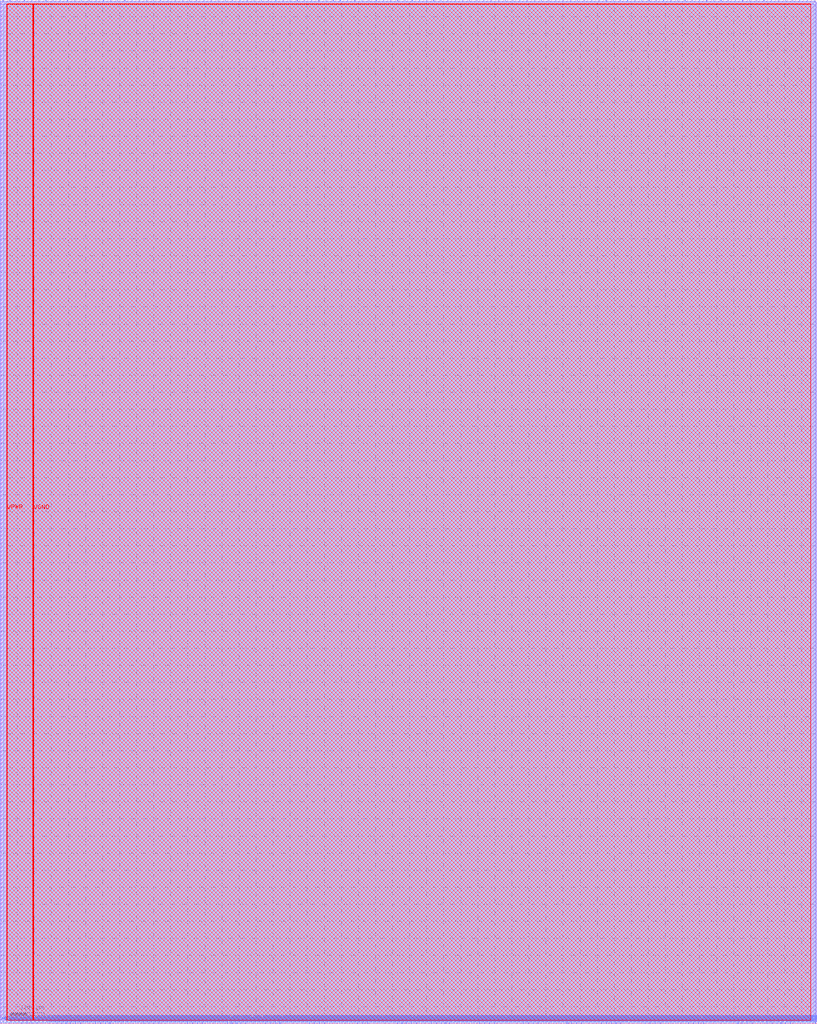
<source format=lef>
VERSION 5.7 ;
  NOWIREEXTENSIONATPIN ON ;
  DIVIDERCHAR "/" ;
  BUSBITCHARS "[]" ;
MACRO user_proj_example
  CLASS BLOCK ;
  FOREIGN user_proj_example ;
  ORIGIN 0.000 0.000 ;
  SIZE 2395.060 BY 3000.000 ;
  PIN io_in[0]
    DIRECTION INPUT ;
    PORT
      LAYER met2 ;
        RECT 7.840 2996.000 8.120 3000.000 ;
    END
  END io_in[0]
  PIN io_in[10]
    DIRECTION INPUT ;
    PORT
      LAYER met2 ;
        RECT 638.960 2996.000 639.240 3000.000 ;
    END
  END io_in[10]
  PIN io_in[11]
    DIRECTION INPUT ;
    PORT
      LAYER met2 ;
        RECT 702.440 2996.000 702.720 3000.000 ;
    END
  END io_in[11]
  PIN io_in[12]
    DIRECTION INPUT ;
    PORT
      LAYER met2 ;
        RECT 765.460 2996.000 765.740 3000.000 ;
    END
  END io_in[12]
  PIN io_in[13]
    DIRECTION INPUT ;
    PORT
      LAYER met2 ;
        RECT 828.480 2996.000 828.760 3000.000 ;
    END
  END io_in[13]
  PIN io_in[14]
    DIRECTION INPUT ;
    PORT
      LAYER met2 ;
        RECT 891.960 2996.000 892.240 3000.000 ;
    END
  END io_in[14]
  PIN io_in[15]
    DIRECTION INPUT ;
    PORT
      LAYER met2 ;
        RECT 954.980 2996.000 955.260 3000.000 ;
    END
  END io_in[15]
  PIN io_in[16]
    DIRECTION INPUT ;
    PORT
      LAYER met2 ;
        RECT 1018.000 2996.000 1018.280 3000.000 ;
    END
  END io_in[16]
  PIN io_in[17]
    DIRECTION INPUT ;
    PORT
      LAYER met2 ;
        RECT 1081.020 2996.000 1081.300 3000.000 ;
    END
  END io_in[17]
  PIN io_in[18]
    DIRECTION INPUT ;
    PORT
      LAYER met2 ;
        RECT 1144.500 2996.000 1144.780 3000.000 ;
    END
  END io_in[18]
  PIN io_in[19]
    DIRECTION INPUT ;
    PORT
      LAYER met2 ;
        RECT 1207.520 2996.000 1207.800 3000.000 ;
    END
  END io_in[19]
  PIN io_in[1]
    DIRECTION INPUT ;
    PORT
      LAYER met2 ;
        RECT 70.860 2996.000 71.140 3000.000 ;
    END
  END io_in[1]
  PIN io_in[20]
    DIRECTION INPUT ;
    PORT
      LAYER met2 ;
        RECT 1270.540 2996.000 1270.820 3000.000 ;
    END
  END io_in[20]
  PIN io_in[21]
    DIRECTION INPUT ;
    PORT
      LAYER met2 ;
        RECT 1334.020 2996.000 1334.300 3000.000 ;
    END
  END io_in[21]
  PIN io_in[22]
    DIRECTION INPUT ;
    PORT
      LAYER met2 ;
        RECT 1397.040 2996.000 1397.320 3000.000 ;
    END
  END io_in[22]
  PIN io_in[23]
    DIRECTION INPUT ;
    PORT
      LAYER met2 ;
        RECT 1460.060 2996.000 1460.340 3000.000 ;
    END
  END io_in[23]
  PIN io_in[24]
    DIRECTION INPUT ;
    PORT
      LAYER met2 ;
        RECT 1523.080 2996.000 1523.360 3000.000 ;
    END
  END io_in[24]
  PIN io_in[25]
    DIRECTION INPUT ;
    PORT
      LAYER met2 ;
        RECT 1586.560 2996.000 1586.840 3000.000 ;
    END
  END io_in[25]
  PIN io_in[26]
    DIRECTION INPUT ;
    PORT
      LAYER met2 ;
        RECT 1649.580 2996.000 1649.860 3000.000 ;
    END
  END io_in[26]
  PIN io_in[27]
    DIRECTION INPUT ;
    PORT
      LAYER met2 ;
        RECT 1712.600 2996.000 1712.880 3000.000 ;
    END
  END io_in[27]
  PIN io_in[28]
    DIRECTION INPUT ;
    PORT
      LAYER met2 ;
        RECT 1776.080 2996.000 1776.360 3000.000 ;
    END
  END io_in[28]
  PIN io_in[29]
    DIRECTION INPUT ;
    PORT
      LAYER met2 ;
        RECT 1839.100 2996.000 1839.380 3000.000 ;
    END
  END io_in[29]
  PIN io_in[2]
    DIRECTION INPUT ;
    PORT
      LAYER met2 ;
        RECT 133.880 2996.000 134.160 3000.000 ;
    END
  END io_in[2]
  PIN io_in[30]
    DIRECTION INPUT ;
    PORT
      LAYER met2 ;
        RECT 1902.120 2996.000 1902.400 3000.000 ;
    END
  END io_in[30]
  PIN io_in[31]
    DIRECTION INPUT ;
    PORT
      LAYER met2 ;
        RECT 1965.140 2996.000 1965.420 3000.000 ;
    END
  END io_in[31]
  PIN io_in[32]
    DIRECTION INPUT ;
    PORT
      LAYER met2 ;
        RECT 2028.620 2996.000 2028.900 3000.000 ;
    END
  END io_in[32]
  PIN io_in[33]
    DIRECTION INPUT ;
    PORT
      LAYER met2 ;
        RECT 2091.640 2996.000 2091.920 3000.000 ;
    END
  END io_in[33]
  PIN io_in[34]
    DIRECTION INPUT ;
    PORT
      LAYER met2 ;
        RECT 2154.660 2996.000 2154.940 3000.000 ;
    END
  END io_in[34]
  PIN io_in[35]
    DIRECTION INPUT ;
    PORT
      LAYER met2 ;
        RECT 2218.140 2996.000 2218.420 3000.000 ;
    END
  END io_in[35]
  PIN io_in[36]
    DIRECTION INPUT ;
    PORT
      LAYER met2 ;
        RECT 2281.160 2996.000 2281.440 3000.000 ;
    END
  END io_in[36]
  PIN io_in[37]
    DIRECTION INPUT ;
    PORT
      LAYER met2 ;
        RECT 2344.180 2996.000 2344.460 3000.000 ;
    END
  END io_in[37]
  PIN io_in[3]
    DIRECTION INPUT ;
    PORT
      LAYER met2 ;
        RECT 196.900 2996.000 197.180 3000.000 ;
    END
  END io_in[3]
  PIN io_in[4]
    DIRECTION INPUT ;
    PORT
      LAYER met2 ;
        RECT 260.380 2996.000 260.660 3000.000 ;
    END
  END io_in[4]
  PIN io_in[5]
    DIRECTION INPUT ;
    PORT
      LAYER met2 ;
        RECT 323.400 2996.000 323.680 3000.000 ;
    END
  END io_in[5]
  PIN io_in[6]
    DIRECTION INPUT ;
    PORT
      LAYER met2 ;
        RECT 386.420 2996.000 386.700 3000.000 ;
    END
  END io_in[6]
  PIN io_in[7]
    DIRECTION INPUT ;
    PORT
      LAYER met2 ;
        RECT 449.900 2996.000 450.180 3000.000 ;
    END
  END io_in[7]
  PIN io_in[8]
    DIRECTION INPUT ;
    PORT
      LAYER met2 ;
        RECT 512.920 2996.000 513.200 3000.000 ;
    END
  END io_in[8]
  PIN io_in[9]
    DIRECTION INPUT ;
    PORT
      LAYER met2 ;
        RECT 575.940 2996.000 576.220 3000.000 ;
    END
  END io_in[9]
  PIN io_oeb[0]
    DIRECTION OUTPUT TRISTATE ;
    PORT
      LAYER met2 ;
        RECT 28.540 2996.000 28.820 3000.000 ;
    END
  END io_oeb[0]
  PIN io_oeb[10]
    DIRECTION OUTPUT TRISTATE ;
    PORT
      LAYER met2 ;
        RECT 660.120 2996.000 660.400 3000.000 ;
    END
  END io_oeb[10]
  PIN io_oeb[11]
    DIRECTION OUTPUT TRISTATE ;
    PORT
      LAYER met2 ;
        RECT 723.140 2996.000 723.420 3000.000 ;
    END
  END io_oeb[11]
  PIN io_oeb[12]
    DIRECTION OUTPUT TRISTATE ;
    PORT
      LAYER met2 ;
        RECT 786.620 2996.000 786.900 3000.000 ;
    END
  END io_oeb[12]
  PIN io_oeb[13]
    DIRECTION OUTPUT TRISTATE ;
    PORT
      LAYER met2 ;
        RECT 849.640 2996.000 849.920 3000.000 ;
    END
  END io_oeb[13]
  PIN io_oeb[14]
    DIRECTION OUTPUT TRISTATE ;
    PORT
      LAYER met2 ;
        RECT 912.660 2996.000 912.940 3000.000 ;
    END
  END io_oeb[14]
  PIN io_oeb[15]
    DIRECTION OUTPUT TRISTATE ;
    PORT
      LAYER met2 ;
        RECT 976.140 2996.000 976.420 3000.000 ;
    END
  END io_oeb[15]
  PIN io_oeb[16]
    DIRECTION OUTPUT TRISTATE ;
    PORT
      LAYER met2 ;
        RECT 1039.160 2996.000 1039.440 3000.000 ;
    END
  END io_oeb[16]
  PIN io_oeb[17]
    DIRECTION OUTPUT TRISTATE ;
    PORT
      LAYER met2 ;
        RECT 1102.180 2996.000 1102.460 3000.000 ;
    END
  END io_oeb[17]
  PIN io_oeb[18]
    DIRECTION OUTPUT TRISTATE ;
    PORT
      LAYER met2 ;
        RECT 1165.200 2996.000 1165.480 3000.000 ;
    END
  END io_oeb[18]
  PIN io_oeb[19]
    DIRECTION OUTPUT TRISTATE ;
    PORT
      LAYER met2 ;
        RECT 1228.680 2996.000 1228.960 3000.000 ;
    END
  END io_oeb[19]
  PIN io_oeb[1]
    DIRECTION OUTPUT TRISTATE ;
    PORT
      LAYER met2 ;
        RECT 92.020 2996.000 92.300 3000.000 ;
    END
  END io_oeb[1]
  PIN io_oeb[20]
    DIRECTION OUTPUT TRISTATE ;
    PORT
      LAYER met2 ;
        RECT 1291.700 2996.000 1291.980 3000.000 ;
    END
  END io_oeb[20]
  PIN io_oeb[21]
    DIRECTION OUTPUT TRISTATE ;
    PORT
      LAYER met2 ;
        RECT 1354.720 2996.000 1355.000 3000.000 ;
    END
  END io_oeb[21]
  PIN io_oeb[22]
    DIRECTION OUTPUT TRISTATE ;
    PORT
      LAYER met2 ;
        RECT 1418.200 2996.000 1418.480 3000.000 ;
    END
  END io_oeb[22]
  PIN io_oeb[23]
    DIRECTION OUTPUT TRISTATE ;
    PORT
      LAYER met2 ;
        RECT 1481.220 2996.000 1481.500 3000.000 ;
    END
  END io_oeb[23]
  PIN io_oeb[24]
    DIRECTION OUTPUT TRISTATE ;
    PORT
      LAYER met2 ;
        RECT 1544.240 2996.000 1544.520 3000.000 ;
    END
  END io_oeb[24]
  PIN io_oeb[25]
    DIRECTION OUTPUT TRISTATE ;
    PORT
      LAYER met2 ;
        RECT 1607.720 2996.000 1608.000 3000.000 ;
    END
  END io_oeb[25]
  PIN io_oeb[26]
    DIRECTION OUTPUT TRISTATE ;
    PORT
      LAYER met2 ;
        RECT 1670.740 2996.000 1671.020 3000.000 ;
    END
  END io_oeb[26]
  PIN io_oeb[27]
    DIRECTION OUTPUT TRISTATE ;
    PORT
      LAYER met2 ;
        RECT 1733.760 2996.000 1734.040 3000.000 ;
    END
  END io_oeb[27]
  PIN io_oeb[28]
    DIRECTION OUTPUT TRISTATE ;
    PORT
      LAYER met2 ;
        RECT 1796.780 2996.000 1797.060 3000.000 ;
    END
  END io_oeb[28]
  PIN io_oeb[29]
    DIRECTION OUTPUT TRISTATE ;
    PORT
      LAYER met2 ;
        RECT 1860.260 2996.000 1860.540 3000.000 ;
    END
  END io_oeb[29]
  PIN io_oeb[2]
    DIRECTION OUTPUT TRISTATE ;
    PORT
      LAYER met2 ;
        RECT 155.040 2996.000 155.320 3000.000 ;
    END
  END io_oeb[2]
  PIN io_oeb[30]
    DIRECTION OUTPUT TRISTATE ;
    PORT
      LAYER met2 ;
        RECT 1923.280 2996.000 1923.560 3000.000 ;
    END
  END io_oeb[30]
  PIN io_oeb[31]
    DIRECTION OUTPUT TRISTATE ;
    PORT
      LAYER met2 ;
        RECT 1986.300 2996.000 1986.580 3000.000 ;
    END
  END io_oeb[31]
  PIN io_oeb[32]
    DIRECTION OUTPUT TRISTATE ;
    PORT
      LAYER met2 ;
        RECT 2049.780 2996.000 2050.060 3000.000 ;
    END
  END io_oeb[32]
  PIN io_oeb[33]
    DIRECTION OUTPUT TRISTATE ;
    PORT
      LAYER met2 ;
        RECT 2112.800 2996.000 2113.080 3000.000 ;
    END
  END io_oeb[33]
  PIN io_oeb[34]
    DIRECTION OUTPUT TRISTATE ;
    PORT
      LAYER met2 ;
        RECT 2175.820 2996.000 2176.100 3000.000 ;
    END
  END io_oeb[34]
  PIN io_oeb[35]
    DIRECTION OUTPUT TRISTATE ;
    PORT
      LAYER met2 ;
        RECT 2238.840 2996.000 2239.120 3000.000 ;
    END
  END io_oeb[35]
  PIN io_oeb[36]
    DIRECTION OUTPUT TRISTATE ;
    PORT
      LAYER met2 ;
        RECT 2302.320 2996.000 2302.600 3000.000 ;
    END
  END io_oeb[36]
  PIN io_oeb[37]
    DIRECTION OUTPUT TRISTATE ;
    PORT
      LAYER met2 ;
        RECT 2365.340 2996.000 2365.620 3000.000 ;
    END
  END io_oeb[37]
  PIN io_oeb[3]
    DIRECTION OUTPUT TRISTATE ;
    PORT
      LAYER met2 ;
        RECT 218.060 2996.000 218.340 3000.000 ;
    END
  END io_oeb[3]
  PIN io_oeb[4]
    DIRECTION OUTPUT TRISTATE ;
    PORT
      LAYER met2 ;
        RECT 281.080 2996.000 281.360 3000.000 ;
    END
  END io_oeb[4]
  PIN io_oeb[5]
    DIRECTION OUTPUT TRISTATE ;
    PORT
      LAYER met2 ;
        RECT 344.560 2996.000 344.840 3000.000 ;
    END
  END io_oeb[5]
  PIN io_oeb[6]
    DIRECTION OUTPUT TRISTATE ;
    PORT
      LAYER met2 ;
        RECT 407.580 2996.000 407.860 3000.000 ;
    END
  END io_oeb[6]
  PIN io_oeb[7]
    DIRECTION OUTPUT TRISTATE ;
    PORT
      LAYER met2 ;
        RECT 470.600 2996.000 470.880 3000.000 ;
    END
  END io_oeb[7]
  PIN io_oeb[8]
    DIRECTION OUTPUT TRISTATE ;
    PORT
      LAYER met2 ;
        RECT 534.080 2996.000 534.360 3000.000 ;
    END
  END io_oeb[8]
  PIN io_oeb[9]
    DIRECTION OUTPUT TRISTATE ;
    PORT
      LAYER met2 ;
        RECT 597.100 2996.000 597.380 3000.000 ;
    END
  END io_oeb[9]
  PIN io_out[0]
    DIRECTION OUTPUT TRISTATE ;
    PORT
      LAYER met2 ;
        RECT 49.700 2996.000 49.980 3000.000 ;
    END
  END io_out[0]
  PIN io_out[10]
    DIRECTION OUTPUT TRISTATE ;
    PORT
      LAYER met2 ;
        RECT 681.280 2996.000 681.560 3000.000 ;
    END
  END io_out[10]
  PIN io_out[11]
    DIRECTION OUTPUT TRISTATE ;
    PORT
      LAYER met2 ;
        RECT 744.300 2996.000 744.580 3000.000 ;
    END
  END io_out[11]
  PIN io_out[12]
    DIRECTION OUTPUT TRISTATE ;
    PORT
      LAYER met2 ;
        RECT 807.780 2996.000 808.060 3000.000 ;
    END
  END io_out[12]
  PIN io_out[13]
    DIRECTION OUTPUT TRISTATE ;
    PORT
      LAYER met2 ;
        RECT 870.800 2996.000 871.080 3000.000 ;
    END
  END io_out[13]
  PIN io_out[14]
    DIRECTION OUTPUT TRISTATE ;
    PORT
      LAYER met2 ;
        RECT 933.820 2996.000 934.100 3000.000 ;
    END
  END io_out[14]
  PIN io_out[15]
    DIRECTION OUTPUT TRISTATE ;
    PORT
      LAYER met2 ;
        RECT 996.840 2996.000 997.120 3000.000 ;
    END
  END io_out[15]
  PIN io_out[16]
    DIRECTION OUTPUT TRISTATE ;
    PORT
      LAYER met2 ;
        RECT 1060.320 2996.000 1060.600 3000.000 ;
    END
  END io_out[16]
  PIN io_out[17]
    DIRECTION OUTPUT TRISTATE ;
    PORT
      LAYER met2 ;
        RECT 1123.340 2996.000 1123.620 3000.000 ;
    END
  END io_out[17]
  PIN io_out[18]
    DIRECTION OUTPUT TRISTATE ;
    PORT
      LAYER met2 ;
        RECT 1186.360 2996.000 1186.640 3000.000 ;
    END
  END io_out[18]
  PIN io_out[19]
    DIRECTION OUTPUT TRISTATE ;
    PORT
      LAYER met2 ;
        RECT 1249.840 2996.000 1250.120 3000.000 ;
    END
  END io_out[19]
  PIN io_out[1]
    DIRECTION OUTPUT TRISTATE ;
    PORT
      LAYER met2 ;
        RECT 112.720 2996.000 113.000 3000.000 ;
    END
  END io_out[1]
  PIN io_out[20]
    DIRECTION OUTPUT TRISTATE ;
    PORT
      LAYER met2 ;
        RECT 1312.860 2996.000 1313.140 3000.000 ;
    END
  END io_out[20]
  PIN io_out[21]
    DIRECTION OUTPUT TRISTATE ;
    PORT
      LAYER met2 ;
        RECT 1375.880 2996.000 1376.160 3000.000 ;
    END
  END io_out[21]
  PIN io_out[22]
    DIRECTION OUTPUT TRISTATE ;
    PORT
      LAYER met2 ;
        RECT 1438.900 2996.000 1439.180 3000.000 ;
    END
  END io_out[22]
  PIN io_out[23]
    DIRECTION OUTPUT TRISTATE ;
    PORT
      LAYER met2 ;
        RECT 1502.380 2996.000 1502.660 3000.000 ;
    END
  END io_out[23]
  PIN io_out[24]
    DIRECTION OUTPUT TRISTATE ;
    PORT
      LAYER met2 ;
        RECT 1565.400 2996.000 1565.680 3000.000 ;
    END
  END io_out[24]
  PIN io_out[25]
    DIRECTION OUTPUT TRISTATE ;
    PORT
      LAYER met2 ;
        RECT 1628.420 2996.000 1628.700 3000.000 ;
    END
  END io_out[25]
  PIN io_out[26]
    DIRECTION OUTPUT TRISTATE ;
    PORT
      LAYER met2 ;
        RECT 1691.900 2996.000 1692.180 3000.000 ;
    END
  END io_out[26]
  PIN io_out[27]
    DIRECTION OUTPUT TRISTATE ;
    PORT
      LAYER met2 ;
        RECT 1754.920 2996.000 1755.200 3000.000 ;
    END
  END io_out[27]
  PIN io_out[28]
    DIRECTION OUTPUT TRISTATE ;
    PORT
      LAYER met2 ;
        RECT 1817.940 2996.000 1818.220 3000.000 ;
    END
  END io_out[28]
  PIN io_out[29]
    DIRECTION OUTPUT TRISTATE ;
    PORT
      LAYER met2 ;
        RECT 1880.960 2996.000 1881.240 3000.000 ;
    END
  END io_out[29]
  PIN io_out[2]
    DIRECTION OUTPUT TRISTATE ;
    PORT
      LAYER met2 ;
        RECT 176.200 2996.000 176.480 3000.000 ;
    END
  END io_out[2]
  PIN io_out[30]
    DIRECTION OUTPUT TRISTATE ;
    PORT
      LAYER met2 ;
        RECT 1944.440 2996.000 1944.720 3000.000 ;
    END
  END io_out[30]
  PIN io_out[31]
    DIRECTION OUTPUT TRISTATE ;
    PORT
      LAYER met2 ;
        RECT 2007.460 2996.000 2007.740 3000.000 ;
    END
  END io_out[31]
  PIN io_out[32]
    DIRECTION OUTPUT TRISTATE ;
    PORT
      LAYER met2 ;
        RECT 2070.480 2996.000 2070.760 3000.000 ;
    END
  END io_out[32]
  PIN io_out[33]
    DIRECTION OUTPUT TRISTATE ;
    PORT
      LAYER met2 ;
        RECT 2133.960 2996.000 2134.240 3000.000 ;
    END
  END io_out[33]
  PIN io_out[34]
    DIRECTION OUTPUT TRISTATE ;
    PORT
      LAYER met2 ;
        RECT 2196.980 2996.000 2197.260 3000.000 ;
    END
  END io_out[34]
  PIN io_out[35]
    DIRECTION OUTPUT TRISTATE ;
    PORT
      LAYER met2 ;
        RECT 2260.000 2996.000 2260.280 3000.000 ;
    END
  END io_out[35]
  PIN io_out[36]
    DIRECTION OUTPUT TRISTATE ;
    PORT
      LAYER met2 ;
        RECT 2323.020 2996.000 2323.300 3000.000 ;
    END
  END io_out[36]
  PIN io_out[37]
    DIRECTION OUTPUT TRISTATE ;
    PORT
      LAYER met2 ;
        RECT 2386.500 2996.000 2386.780 3000.000 ;
    END
  END io_out[37]
  PIN io_out[3]
    DIRECTION OUTPUT TRISTATE ;
    PORT
      LAYER met2 ;
        RECT 239.220 2996.000 239.500 3000.000 ;
    END
  END io_out[3]
  PIN io_out[4]
    DIRECTION OUTPUT TRISTATE ;
    PORT
      LAYER met2 ;
        RECT 302.240 2996.000 302.520 3000.000 ;
    END
  END io_out[4]
  PIN io_out[5]
    DIRECTION OUTPUT TRISTATE ;
    PORT
      LAYER met2 ;
        RECT 365.260 2996.000 365.540 3000.000 ;
    END
  END io_out[5]
  PIN io_out[6]
    DIRECTION OUTPUT TRISTATE ;
    PORT
      LAYER met2 ;
        RECT 428.740 2996.000 429.020 3000.000 ;
    END
  END io_out[6]
  PIN io_out[7]
    DIRECTION OUTPUT TRISTATE ;
    PORT
      LAYER met2 ;
        RECT 491.760 2996.000 492.040 3000.000 ;
    END
  END io_out[7]
  PIN io_out[8]
    DIRECTION OUTPUT TRISTATE ;
    PORT
      LAYER met2 ;
        RECT 554.780 2996.000 555.060 3000.000 ;
    END
  END io_out[8]
  PIN io_out[9]
    DIRECTION OUTPUT TRISTATE ;
    PORT
      LAYER met2 ;
        RECT 618.260 2996.000 618.540 3000.000 ;
    END
  END io_out[9]
  PIN la_data_in[0]
    DIRECTION INPUT ;
    PORT
      LAYER met2 ;
        RECT 518.900 0.000 519.180 4.000 ;
    END
  END la_data_in[0]
  PIN la_data_in[100]
    DIRECTION INPUT ;
    PORT
      LAYER met2 ;
        RECT 1988.140 0.000 1988.420 4.000 ;
    END
  END la_data_in[100]
  PIN la_data_in[101]
    DIRECTION INPUT ;
    PORT
      LAYER met2 ;
        RECT 2002.860 0.000 2003.140 4.000 ;
    END
  END la_data_in[101]
  PIN la_data_in[102]
    DIRECTION INPUT ;
    PORT
      LAYER met2 ;
        RECT 2017.580 0.000 2017.860 4.000 ;
    END
  END la_data_in[102]
  PIN la_data_in[103]
    DIRECTION INPUT ;
    PORT
      LAYER met2 ;
        RECT 2032.300 0.000 2032.580 4.000 ;
    END
  END la_data_in[103]
  PIN la_data_in[104]
    DIRECTION INPUT ;
    PORT
      LAYER met2 ;
        RECT 2047.020 0.000 2047.300 4.000 ;
    END
  END la_data_in[104]
  PIN la_data_in[105]
    DIRECTION INPUT ;
    PORT
      LAYER met2 ;
        RECT 2061.740 0.000 2062.020 4.000 ;
    END
  END la_data_in[105]
  PIN la_data_in[106]
    DIRECTION INPUT ;
    PORT
      LAYER met2 ;
        RECT 2076.460 0.000 2076.740 4.000 ;
    END
  END la_data_in[106]
  PIN la_data_in[107]
    DIRECTION INPUT ;
    PORT
      LAYER met2 ;
        RECT 2091.180 0.000 2091.460 4.000 ;
    END
  END la_data_in[107]
  PIN la_data_in[108]
    DIRECTION INPUT ;
    PORT
      LAYER met2 ;
        RECT 2105.900 0.000 2106.180 4.000 ;
    END
  END la_data_in[108]
  PIN la_data_in[109]
    DIRECTION INPUT ;
    PORT
      LAYER met2 ;
        RECT 2120.620 0.000 2120.900 4.000 ;
    END
  END la_data_in[109]
  PIN la_data_in[10]
    DIRECTION INPUT ;
    PORT
      LAYER met2 ;
        RECT 665.640 0.000 665.920 4.000 ;
    END
  END la_data_in[10]
  PIN la_data_in[110]
    DIRECTION INPUT ;
    PORT
      LAYER met2 ;
        RECT 2135.340 0.000 2135.620 4.000 ;
    END
  END la_data_in[110]
  PIN la_data_in[111]
    DIRECTION INPUT ;
    PORT
      LAYER met2 ;
        RECT 2150.060 0.000 2150.340 4.000 ;
    END
  END la_data_in[111]
  PIN la_data_in[112]
    DIRECTION INPUT ;
    PORT
      LAYER met2 ;
        RECT 2164.320 0.000 2164.600 4.000 ;
    END
  END la_data_in[112]
  PIN la_data_in[113]
    DIRECTION INPUT ;
    PORT
      LAYER met2 ;
        RECT 2179.040 0.000 2179.320 4.000 ;
    END
  END la_data_in[113]
  PIN la_data_in[114]
    DIRECTION INPUT ;
    PORT
      LAYER met2 ;
        RECT 2193.760 0.000 2194.040 4.000 ;
    END
  END la_data_in[114]
  PIN la_data_in[115]
    DIRECTION INPUT ;
    PORT
      LAYER met2 ;
        RECT 2208.480 0.000 2208.760 4.000 ;
    END
  END la_data_in[115]
  PIN la_data_in[116]
    DIRECTION INPUT ;
    PORT
      LAYER met2 ;
        RECT 2223.200 0.000 2223.480 4.000 ;
    END
  END la_data_in[116]
  PIN la_data_in[117]
    DIRECTION INPUT ;
    PORT
      LAYER met2 ;
        RECT 2237.920 0.000 2238.200 4.000 ;
    END
  END la_data_in[117]
  PIN la_data_in[118]
    DIRECTION INPUT ;
    PORT
      LAYER met2 ;
        RECT 2252.640 0.000 2252.920 4.000 ;
    END
  END la_data_in[118]
  PIN la_data_in[119]
    DIRECTION INPUT ;
    PORT
      LAYER met2 ;
        RECT 2267.360 0.000 2267.640 4.000 ;
    END
  END la_data_in[119]
  PIN la_data_in[11]
    DIRECTION INPUT ;
    PORT
      LAYER met2 ;
        RECT 680.360 0.000 680.640 4.000 ;
    END
  END la_data_in[11]
  PIN la_data_in[120]
    DIRECTION INPUT ;
    PORT
      LAYER met2 ;
        RECT 2282.080 0.000 2282.360 4.000 ;
    END
  END la_data_in[120]
  PIN la_data_in[121]
    DIRECTION INPUT ;
    PORT
      LAYER met2 ;
        RECT 2296.800 0.000 2297.080 4.000 ;
    END
  END la_data_in[121]
  PIN la_data_in[122]
    DIRECTION INPUT ;
    PORT
      LAYER met2 ;
        RECT 2311.520 0.000 2311.800 4.000 ;
    END
  END la_data_in[122]
  PIN la_data_in[123]
    DIRECTION INPUT ;
    PORT
      LAYER met2 ;
        RECT 2326.240 0.000 2326.520 4.000 ;
    END
  END la_data_in[123]
  PIN la_data_in[124]
    DIRECTION INPUT ;
    PORT
      LAYER met2 ;
        RECT 2340.960 0.000 2341.240 4.000 ;
    END
  END la_data_in[124]
  PIN la_data_in[125]
    DIRECTION INPUT ;
    PORT
      LAYER met2 ;
        RECT 2355.680 0.000 2355.960 4.000 ;
    END
  END la_data_in[125]
  PIN la_data_in[126]
    DIRECTION INPUT ;
    PORT
      LAYER met2 ;
        RECT 2370.400 0.000 2370.680 4.000 ;
    END
  END la_data_in[126]
  PIN la_data_in[127]
    DIRECTION INPUT ;
    PORT
      LAYER met2 ;
        RECT 2385.120 0.000 2385.400 4.000 ;
    END
  END la_data_in[127]
  PIN la_data_in[12]
    DIRECTION INPUT ;
    PORT
      LAYER met2 ;
        RECT 695.080 0.000 695.360 4.000 ;
    END
  END la_data_in[12]
  PIN la_data_in[13]
    DIRECTION INPUT ;
    PORT
      LAYER met2 ;
        RECT 709.800 0.000 710.080 4.000 ;
    END
  END la_data_in[13]
  PIN la_data_in[14]
    DIRECTION INPUT ;
    PORT
      LAYER met2 ;
        RECT 724.520 0.000 724.800 4.000 ;
    END
  END la_data_in[14]
  PIN la_data_in[15]
    DIRECTION INPUT ;
    PORT
      LAYER met2 ;
        RECT 739.240 0.000 739.520 4.000 ;
    END
  END la_data_in[15]
  PIN la_data_in[16]
    DIRECTION INPUT ;
    PORT
      LAYER met2 ;
        RECT 753.960 0.000 754.240 4.000 ;
    END
  END la_data_in[16]
  PIN la_data_in[17]
    DIRECTION INPUT ;
    PORT
      LAYER met2 ;
        RECT 768.680 0.000 768.960 4.000 ;
    END
  END la_data_in[17]
  PIN la_data_in[18]
    DIRECTION INPUT ;
    PORT
      LAYER met2 ;
        RECT 783.400 0.000 783.680 4.000 ;
    END
  END la_data_in[18]
  PIN la_data_in[19]
    DIRECTION INPUT ;
    PORT
      LAYER met2 ;
        RECT 798.120 0.000 798.400 4.000 ;
    END
  END la_data_in[19]
  PIN la_data_in[1]
    DIRECTION INPUT ;
    PORT
      LAYER met2 ;
        RECT 533.620 0.000 533.900 4.000 ;
    END
  END la_data_in[1]
  PIN la_data_in[20]
    DIRECTION INPUT ;
    PORT
      LAYER met2 ;
        RECT 812.840 0.000 813.120 4.000 ;
    END
  END la_data_in[20]
  PIN la_data_in[21]
    DIRECTION INPUT ;
    PORT
      LAYER met2 ;
        RECT 827.560 0.000 827.840 4.000 ;
    END
  END la_data_in[21]
  PIN la_data_in[22]
    DIRECTION INPUT ;
    PORT
      LAYER met2 ;
        RECT 842.280 0.000 842.560 4.000 ;
    END
  END la_data_in[22]
  PIN la_data_in[23]
    DIRECTION INPUT ;
    PORT
      LAYER met2 ;
        RECT 857.000 0.000 857.280 4.000 ;
    END
  END la_data_in[23]
  PIN la_data_in[24]
    DIRECTION INPUT ;
    PORT
      LAYER met2 ;
        RECT 871.720 0.000 872.000 4.000 ;
    END
  END la_data_in[24]
  PIN la_data_in[25]
    DIRECTION INPUT ;
    PORT
      LAYER met2 ;
        RECT 886.440 0.000 886.720 4.000 ;
    END
  END la_data_in[25]
  PIN la_data_in[26]
    DIRECTION INPUT ;
    PORT
      LAYER met2 ;
        RECT 901.160 0.000 901.440 4.000 ;
    END
  END la_data_in[26]
  PIN la_data_in[27]
    DIRECTION INPUT ;
    PORT
      LAYER met2 ;
        RECT 915.420 0.000 915.700 4.000 ;
    END
  END la_data_in[27]
  PIN la_data_in[28]
    DIRECTION INPUT ;
    PORT
      LAYER met2 ;
        RECT 930.140 0.000 930.420 4.000 ;
    END
  END la_data_in[28]
  PIN la_data_in[29]
    DIRECTION INPUT ;
    PORT
      LAYER met2 ;
        RECT 944.860 0.000 945.140 4.000 ;
    END
  END la_data_in[29]
  PIN la_data_in[2]
    DIRECTION INPUT ;
    PORT
      LAYER met2 ;
        RECT 548.340 0.000 548.620 4.000 ;
    END
  END la_data_in[2]
  PIN la_data_in[30]
    DIRECTION INPUT ;
    PORT
      LAYER met2 ;
        RECT 959.580 0.000 959.860 4.000 ;
    END
  END la_data_in[30]
  PIN la_data_in[31]
    DIRECTION INPUT ;
    PORT
      LAYER met2 ;
        RECT 974.300 0.000 974.580 4.000 ;
    END
  END la_data_in[31]
  PIN la_data_in[32]
    DIRECTION INPUT ;
    PORT
      LAYER met2 ;
        RECT 989.020 0.000 989.300 4.000 ;
    END
  END la_data_in[32]
  PIN la_data_in[33]
    DIRECTION INPUT ;
    PORT
      LAYER met2 ;
        RECT 1003.740 0.000 1004.020 4.000 ;
    END
  END la_data_in[33]
  PIN la_data_in[34]
    DIRECTION INPUT ;
    PORT
      LAYER met2 ;
        RECT 1018.460 0.000 1018.740 4.000 ;
    END
  END la_data_in[34]
  PIN la_data_in[35]
    DIRECTION INPUT ;
    PORT
      LAYER met2 ;
        RECT 1033.180 0.000 1033.460 4.000 ;
    END
  END la_data_in[35]
  PIN la_data_in[36]
    DIRECTION INPUT ;
    PORT
      LAYER met2 ;
        RECT 1047.900 0.000 1048.180 4.000 ;
    END
  END la_data_in[36]
  PIN la_data_in[37]
    DIRECTION INPUT ;
    PORT
      LAYER met2 ;
        RECT 1062.620 0.000 1062.900 4.000 ;
    END
  END la_data_in[37]
  PIN la_data_in[38]
    DIRECTION INPUT ;
    PORT
      LAYER met2 ;
        RECT 1077.340 0.000 1077.620 4.000 ;
    END
  END la_data_in[38]
  PIN la_data_in[39]
    DIRECTION INPUT ;
    PORT
      LAYER met2 ;
        RECT 1092.060 0.000 1092.340 4.000 ;
    END
  END la_data_in[39]
  PIN la_data_in[3]
    DIRECTION INPUT ;
    PORT
      LAYER met2 ;
        RECT 563.060 0.000 563.340 4.000 ;
    END
  END la_data_in[3]
  PIN la_data_in[40]
    DIRECTION INPUT ;
    PORT
      LAYER met2 ;
        RECT 1106.780 0.000 1107.060 4.000 ;
    END
  END la_data_in[40]
  PIN la_data_in[41]
    DIRECTION INPUT ;
    PORT
      LAYER met2 ;
        RECT 1121.500 0.000 1121.780 4.000 ;
    END
  END la_data_in[41]
  PIN la_data_in[42]
    DIRECTION INPUT ;
    PORT
      LAYER met2 ;
        RECT 1136.220 0.000 1136.500 4.000 ;
    END
  END la_data_in[42]
  PIN la_data_in[43]
    DIRECTION INPUT ;
    PORT
      LAYER met2 ;
        RECT 1150.940 0.000 1151.220 4.000 ;
    END
  END la_data_in[43]
  PIN la_data_in[44]
    DIRECTION INPUT ;
    PORT
      LAYER met2 ;
        RECT 1165.200 0.000 1165.480 4.000 ;
    END
  END la_data_in[44]
  PIN la_data_in[45]
    DIRECTION INPUT ;
    PORT
      LAYER met2 ;
        RECT 1179.920 0.000 1180.200 4.000 ;
    END
  END la_data_in[45]
  PIN la_data_in[46]
    DIRECTION INPUT ;
    PORT
      LAYER met2 ;
        RECT 1194.640 0.000 1194.920 4.000 ;
    END
  END la_data_in[46]
  PIN la_data_in[47]
    DIRECTION INPUT ;
    PORT
      LAYER met2 ;
        RECT 1209.360 0.000 1209.640 4.000 ;
    END
  END la_data_in[47]
  PIN la_data_in[48]
    DIRECTION INPUT ;
    PORT
      LAYER met2 ;
        RECT 1224.080 0.000 1224.360 4.000 ;
    END
  END la_data_in[48]
  PIN la_data_in[49]
    DIRECTION INPUT ;
    PORT
      LAYER met2 ;
        RECT 1238.800 0.000 1239.080 4.000 ;
    END
  END la_data_in[49]
  PIN la_data_in[4]
    DIRECTION INPUT ;
    PORT
      LAYER met2 ;
        RECT 577.780 0.000 578.060 4.000 ;
    END
  END la_data_in[4]
  PIN la_data_in[50]
    DIRECTION INPUT ;
    PORT
      LAYER met2 ;
        RECT 1253.520 0.000 1253.800 4.000 ;
    END
  END la_data_in[50]
  PIN la_data_in[51]
    DIRECTION INPUT ;
    PORT
      LAYER met2 ;
        RECT 1268.240 0.000 1268.520 4.000 ;
    END
  END la_data_in[51]
  PIN la_data_in[52]
    DIRECTION INPUT ;
    PORT
      LAYER met2 ;
        RECT 1282.960 0.000 1283.240 4.000 ;
    END
  END la_data_in[52]
  PIN la_data_in[53]
    DIRECTION INPUT ;
    PORT
      LAYER met2 ;
        RECT 1297.680 0.000 1297.960 4.000 ;
    END
  END la_data_in[53]
  PIN la_data_in[54]
    DIRECTION INPUT ;
    PORT
      LAYER met2 ;
        RECT 1312.400 0.000 1312.680 4.000 ;
    END
  END la_data_in[54]
  PIN la_data_in[55]
    DIRECTION INPUT ;
    PORT
      LAYER met2 ;
        RECT 1327.120 0.000 1327.400 4.000 ;
    END
  END la_data_in[55]
  PIN la_data_in[56]
    DIRECTION INPUT ;
    PORT
      LAYER met2 ;
        RECT 1341.840 0.000 1342.120 4.000 ;
    END
  END la_data_in[56]
  PIN la_data_in[57]
    DIRECTION INPUT ;
    PORT
      LAYER met2 ;
        RECT 1356.560 0.000 1356.840 4.000 ;
    END
  END la_data_in[57]
  PIN la_data_in[58]
    DIRECTION INPUT ;
    PORT
      LAYER met2 ;
        RECT 1371.280 0.000 1371.560 4.000 ;
    END
  END la_data_in[58]
  PIN la_data_in[59]
    DIRECTION INPUT ;
    PORT
      LAYER met2 ;
        RECT 1386.000 0.000 1386.280 4.000 ;
    END
  END la_data_in[59]
  PIN la_data_in[5]
    DIRECTION INPUT ;
    PORT
      LAYER met2 ;
        RECT 592.500 0.000 592.780 4.000 ;
    END
  END la_data_in[5]
  PIN la_data_in[60]
    DIRECTION INPUT ;
    PORT
      LAYER met2 ;
        RECT 1400.720 0.000 1401.000 4.000 ;
    END
  END la_data_in[60]
  PIN la_data_in[61]
    DIRECTION INPUT ;
    PORT
      LAYER met2 ;
        RECT 1414.980 0.000 1415.260 4.000 ;
    END
  END la_data_in[61]
  PIN la_data_in[62]
    DIRECTION INPUT ;
    PORT
      LAYER met2 ;
        RECT 1429.700 0.000 1429.980 4.000 ;
    END
  END la_data_in[62]
  PIN la_data_in[63]
    DIRECTION INPUT ;
    PORT
      LAYER met2 ;
        RECT 1444.420 0.000 1444.700 4.000 ;
    END
  END la_data_in[63]
  PIN la_data_in[64]
    DIRECTION INPUT ;
    PORT
      LAYER met2 ;
        RECT 1459.140 0.000 1459.420 4.000 ;
    END
  END la_data_in[64]
  PIN la_data_in[65]
    DIRECTION INPUT ;
    PORT
      LAYER met2 ;
        RECT 1473.860 0.000 1474.140 4.000 ;
    END
  END la_data_in[65]
  PIN la_data_in[66]
    DIRECTION INPUT ;
    PORT
      LAYER met2 ;
        RECT 1488.580 0.000 1488.860 4.000 ;
    END
  END la_data_in[66]
  PIN la_data_in[67]
    DIRECTION INPUT ;
    PORT
      LAYER met2 ;
        RECT 1503.300 0.000 1503.580 4.000 ;
    END
  END la_data_in[67]
  PIN la_data_in[68]
    DIRECTION INPUT ;
    PORT
      LAYER met2 ;
        RECT 1518.020 0.000 1518.300 4.000 ;
    END
  END la_data_in[68]
  PIN la_data_in[69]
    DIRECTION INPUT ;
    PORT
      LAYER met2 ;
        RECT 1532.740 0.000 1533.020 4.000 ;
    END
  END la_data_in[69]
  PIN la_data_in[6]
    DIRECTION INPUT ;
    PORT
      LAYER met2 ;
        RECT 607.220 0.000 607.500 4.000 ;
    END
  END la_data_in[6]
  PIN la_data_in[70]
    DIRECTION INPUT ;
    PORT
      LAYER met2 ;
        RECT 1547.460 0.000 1547.740 4.000 ;
    END
  END la_data_in[70]
  PIN la_data_in[71]
    DIRECTION INPUT ;
    PORT
      LAYER met2 ;
        RECT 1562.180 0.000 1562.460 4.000 ;
    END
  END la_data_in[71]
  PIN la_data_in[72]
    DIRECTION INPUT ;
    PORT
      LAYER met2 ;
        RECT 1576.900 0.000 1577.180 4.000 ;
    END
  END la_data_in[72]
  PIN la_data_in[73]
    DIRECTION INPUT ;
    PORT
      LAYER met2 ;
        RECT 1591.620 0.000 1591.900 4.000 ;
    END
  END la_data_in[73]
  PIN la_data_in[74]
    DIRECTION INPUT ;
    PORT
      LAYER met2 ;
        RECT 1606.340 0.000 1606.620 4.000 ;
    END
  END la_data_in[74]
  PIN la_data_in[75]
    DIRECTION INPUT ;
    PORT
      LAYER met2 ;
        RECT 1621.060 0.000 1621.340 4.000 ;
    END
  END la_data_in[75]
  PIN la_data_in[76]
    DIRECTION INPUT ;
    PORT
      LAYER met2 ;
        RECT 1635.780 0.000 1636.060 4.000 ;
    END
  END la_data_in[76]
  PIN la_data_in[77]
    DIRECTION INPUT ;
    PORT
      LAYER met2 ;
        RECT 1650.500 0.000 1650.780 4.000 ;
    END
  END la_data_in[77]
  PIN la_data_in[78]
    DIRECTION INPUT ;
    PORT
      LAYER met2 ;
        RECT 1664.760 0.000 1665.040 4.000 ;
    END
  END la_data_in[78]
  PIN la_data_in[79]
    DIRECTION INPUT ;
    PORT
      LAYER met2 ;
        RECT 1679.480 0.000 1679.760 4.000 ;
    END
  END la_data_in[79]
  PIN la_data_in[7]
    DIRECTION INPUT ;
    PORT
      LAYER met2 ;
        RECT 621.940 0.000 622.220 4.000 ;
    END
  END la_data_in[7]
  PIN la_data_in[80]
    DIRECTION INPUT ;
    PORT
      LAYER met2 ;
        RECT 1694.200 0.000 1694.480 4.000 ;
    END
  END la_data_in[80]
  PIN la_data_in[81]
    DIRECTION INPUT ;
    PORT
      LAYER met2 ;
        RECT 1708.920 0.000 1709.200 4.000 ;
    END
  END la_data_in[81]
  PIN la_data_in[82]
    DIRECTION INPUT ;
    PORT
      LAYER met2 ;
        RECT 1723.640 0.000 1723.920 4.000 ;
    END
  END la_data_in[82]
  PIN la_data_in[83]
    DIRECTION INPUT ;
    PORT
      LAYER met2 ;
        RECT 1738.360 0.000 1738.640 4.000 ;
    END
  END la_data_in[83]
  PIN la_data_in[84]
    DIRECTION INPUT ;
    PORT
      LAYER met2 ;
        RECT 1753.080 0.000 1753.360 4.000 ;
    END
  END la_data_in[84]
  PIN la_data_in[85]
    DIRECTION INPUT ;
    PORT
      LAYER met2 ;
        RECT 1767.800 0.000 1768.080 4.000 ;
    END
  END la_data_in[85]
  PIN la_data_in[86]
    DIRECTION INPUT ;
    PORT
      LAYER met2 ;
        RECT 1782.520 0.000 1782.800 4.000 ;
    END
  END la_data_in[86]
  PIN la_data_in[87]
    DIRECTION INPUT ;
    PORT
      LAYER met2 ;
        RECT 1797.240 0.000 1797.520 4.000 ;
    END
  END la_data_in[87]
  PIN la_data_in[88]
    DIRECTION INPUT ;
    PORT
      LAYER met2 ;
        RECT 1811.960 0.000 1812.240 4.000 ;
    END
  END la_data_in[88]
  PIN la_data_in[89]
    DIRECTION INPUT ;
    PORT
      LAYER met2 ;
        RECT 1826.680 0.000 1826.960 4.000 ;
    END
  END la_data_in[89]
  PIN la_data_in[8]
    DIRECTION INPUT ;
    PORT
      LAYER met2 ;
        RECT 636.660 0.000 636.940 4.000 ;
    END
  END la_data_in[8]
  PIN la_data_in[90]
    DIRECTION INPUT ;
    PORT
      LAYER met2 ;
        RECT 1841.400 0.000 1841.680 4.000 ;
    END
  END la_data_in[90]
  PIN la_data_in[91]
    DIRECTION INPUT ;
    PORT
      LAYER met2 ;
        RECT 1856.120 0.000 1856.400 4.000 ;
    END
  END la_data_in[91]
  PIN la_data_in[92]
    DIRECTION INPUT ;
    PORT
      LAYER met2 ;
        RECT 1870.840 0.000 1871.120 4.000 ;
    END
  END la_data_in[92]
  PIN la_data_in[93]
    DIRECTION INPUT ;
    PORT
      LAYER met2 ;
        RECT 1885.560 0.000 1885.840 4.000 ;
    END
  END la_data_in[93]
  PIN la_data_in[94]
    DIRECTION INPUT ;
    PORT
      LAYER met2 ;
        RECT 1900.280 0.000 1900.560 4.000 ;
    END
  END la_data_in[94]
  PIN la_data_in[95]
    DIRECTION INPUT ;
    PORT
      LAYER met2 ;
        RECT 1914.540 0.000 1914.820 4.000 ;
    END
  END la_data_in[95]
  PIN la_data_in[96]
    DIRECTION INPUT ;
    PORT
      LAYER met2 ;
        RECT 1929.260 0.000 1929.540 4.000 ;
    END
  END la_data_in[96]
  PIN la_data_in[97]
    DIRECTION INPUT ;
    PORT
      LAYER met2 ;
        RECT 1943.980 0.000 1944.260 4.000 ;
    END
  END la_data_in[97]
  PIN la_data_in[98]
    DIRECTION INPUT ;
    PORT
      LAYER met2 ;
        RECT 1958.700 0.000 1958.980 4.000 ;
    END
  END la_data_in[98]
  PIN la_data_in[99]
    DIRECTION INPUT ;
    PORT
      LAYER met2 ;
        RECT 1973.420 0.000 1973.700 4.000 ;
    END
  END la_data_in[99]
  PIN la_data_in[9]
    DIRECTION INPUT ;
    PORT
      LAYER met2 ;
        RECT 651.380 0.000 651.660 4.000 ;
    END
  END la_data_in[9]
  PIN la_data_out[0]
    DIRECTION OUTPUT TRISTATE ;
    PORT
      LAYER met2 ;
        RECT 523.960 0.000 524.240 4.000 ;
    END
  END la_data_out[0]
  PIN la_data_out[100]
    DIRECTION OUTPUT TRISTATE ;
    PORT
      LAYER met2 ;
        RECT 1993.200 0.000 1993.480 4.000 ;
    END
  END la_data_out[100]
  PIN la_data_out[101]
    DIRECTION OUTPUT TRISTATE ;
    PORT
      LAYER met2 ;
        RECT 2007.920 0.000 2008.200 4.000 ;
    END
  END la_data_out[101]
  PIN la_data_out[102]
    DIRECTION OUTPUT TRISTATE ;
    PORT
      LAYER met2 ;
        RECT 2022.640 0.000 2022.920 4.000 ;
    END
  END la_data_out[102]
  PIN la_data_out[103]
    DIRECTION OUTPUT TRISTATE ;
    PORT
      LAYER met2 ;
        RECT 2037.360 0.000 2037.640 4.000 ;
    END
  END la_data_out[103]
  PIN la_data_out[104]
    DIRECTION OUTPUT TRISTATE ;
    PORT
      LAYER met2 ;
        RECT 2052.080 0.000 2052.360 4.000 ;
    END
  END la_data_out[104]
  PIN la_data_out[105]
    DIRECTION OUTPUT TRISTATE ;
    PORT
      LAYER met2 ;
        RECT 2066.800 0.000 2067.080 4.000 ;
    END
  END la_data_out[105]
  PIN la_data_out[106]
    DIRECTION OUTPUT TRISTATE ;
    PORT
      LAYER met2 ;
        RECT 2081.060 0.000 2081.340 4.000 ;
    END
  END la_data_out[106]
  PIN la_data_out[107]
    DIRECTION OUTPUT TRISTATE ;
    PORT
      LAYER met2 ;
        RECT 2095.780 0.000 2096.060 4.000 ;
    END
  END la_data_out[107]
  PIN la_data_out[108]
    DIRECTION OUTPUT TRISTATE ;
    PORT
      LAYER met2 ;
        RECT 2110.500 0.000 2110.780 4.000 ;
    END
  END la_data_out[108]
  PIN la_data_out[109]
    DIRECTION OUTPUT TRISTATE ;
    PORT
      LAYER met2 ;
        RECT 2125.220 0.000 2125.500 4.000 ;
    END
  END la_data_out[109]
  PIN la_data_out[10]
    DIRECTION OUTPUT TRISTATE ;
    PORT
      LAYER met2 ;
        RECT 670.700 0.000 670.980 4.000 ;
    END
  END la_data_out[10]
  PIN la_data_out[110]
    DIRECTION OUTPUT TRISTATE ;
    PORT
      LAYER met2 ;
        RECT 2139.940 0.000 2140.220 4.000 ;
    END
  END la_data_out[110]
  PIN la_data_out[111]
    DIRECTION OUTPUT TRISTATE ;
    PORT
      LAYER met2 ;
        RECT 2154.660 0.000 2154.940 4.000 ;
    END
  END la_data_out[111]
  PIN la_data_out[112]
    DIRECTION OUTPUT TRISTATE ;
    PORT
      LAYER met2 ;
        RECT 2169.380 0.000 2169.660 4.000 ;
    END
  END la_data_out[112]
  PIN la_data_out[113]
    DIRECTION OUTPUT TRISTATE ;
    PORT
      LAYER met2 ;
        RECT 2184.100 0.000 2184.380 4.000 ;
    END
  END la_data_out[113]
  PIN la_data_out[114]
    DIRECTION OUTPUT TRISTATE ;
    PORT
      LAYER met2 ;
        RECT 2198.820 0.000 2199.100 4.000 ;
    END
  END la_data_out[114]
  PIN la_data_out[115]
    DIRECTION OUTPUT TRISTATE ;
    PORT
      LAYER met2 ;
        RECT 2213.540 0.000 2213.820 4.000 ;
    END
  END la_data_out[115]
  PIN la_data_out[116]
    DIRECTION OUTPUT TRISTATE ;
    PORT
      LAYER met2 ;
        RECT 2228.260 0.000 2228.540 4.000 ;
    END
  END la_data_out[116]
  PIN la_data_out[117]
    DIRECTION OUTPUT TRISTATE ;
    PORT
      LAYER met2 ;
        RECT 2242.980 0.000 2243.260 4.000 ;
    END
  END la_data_out[117]
  PIN la_data_out[118]
    DIRECTION OUTPUT TRISTATE ;
    PORT
      LAYER met2 ;
        RECT 2257.700 0.000 2257.980 4.000 ;
    END
  END la_data_out[118]
  PIN la_data_out[119]
    DIRECTION OUTPUT TRISTATE ;
    PORT
      LAYER met2 ;
        RECT 2272.420 0.000 2272.700 4.000 ;
    END
  END la_data_out[119]
  PIN la_data_out[11]
    DIRECTION OUTPUT TRISTATE ;
    PORT
      LAYER met2 ;
        RECT 685.420 0.000 685.700 4.000 ;
    END
  END la_data_out[11]
  PIN la_data_out[120]
    DIRECTION OUTPUT TRISTATE ;
    PORT
      LAYER met2 ;
        RECT 2287.140 0.000 2287.420 4.000 ;
    END
  END la_data_out[120]
  PIN la_data_out[121]
    DIRECTION OUTPUT TRISTATE ;
    PORT
      LAYER met2 ;
        RECT 2301.860 0.000 2302.140 4.000 ;
    END
  END la_data_out[121]
  PIN la_data_out[122]
    DIRECTION OUTPUT TRISTATE ;
    PORT
      LAYER met2 ;
        RECT 2316.580 0.000 2316.860 4.000 ;
    END
  END la_data_out[122]
  PIN la_data_out[123]
    DIRECTION OUTPUT TRISTATE ;
    PORT
      LAYER met2 ;
        RECT 2330.840 0.000 2331.120 4.000 ;
    END
  END la_data_out[123]
  PIN la_data_out[124]
    DIRECTION OUTPUT TRISTATE ;
    PORT
      LAYER met2 ;
        RECT 2345.560 0.000 2345.840 4.000 ;
    END
  END la_data_out[124]
  PIN la_data_out[125]
    DIRECTION OUTPUT TRISTATE ;
    PORT
      LAYER met2 ;
        RECT 2360.280 0.000 2360.560 4.000 ;
    END
  END la_data_out[125]
  PIN la_data_out[126]
    DIRECTION OUTPUT TRISTATE ;
    PORT
      LAYER met2 ;
        RECT 2375.000 0.000 2375.280 4.000 ;
    END
  END la_data_out[126]
  PIN la_data_out[127]
    DIRECTION OUTPUT TRISTATE ;
    PORT
      LAYER met2 ;
        RECT 2389.720 0.000 2390.000 4.000 ;
    END
  END la_data_out[127]
  PIN la_data_out[12]
    DIRECTION OUTPUT TRISTATE ;
    PORT
      LAYER met2 ;
        RECT 700.140 0.000 700.420 4.000 ;
    END
  END la_data_out[12]
  PIN la_data_out[13]
    DIRECTION OUTPUT TRISTATE ;
    PORT
      LAYER met2 ;
        RECT 714.860 0.000 715.140 4.000 ;
    END
  END la_data_out[13]
  PIN la_data_out[14]
    DIRECTION OUTPUT TRISTATE ;
    PORT
      LAYER met2 ;
        RECT 729.580 0.000 729.860 4.000 ;
    END
  END la_data_out[14]
  PIN la_data_out[15]
    DIRECTION OUTPUT TRISTATE ;
    PORT
      LAYER met2 ;
        RECT 744.300 0.000 744.580 4.000 ;
    END
  END la_data_out[15]
  PIN la_data_out[16]
    DIRECTION OUTPUT TRISTATE ;
    PORT
      LAYER met2 ;
        RECT 759.020 0.000 759.300 4.000 ;
    END
  END la_data_out[16]
  PIN la_data_out[17]
    DIRECTION OUTPUT TRISTATE ;
    PORT
      LAYER met2 ;
        RECT 773.740 0.000 774.020 4.000 ;
    END
  END la_data_out[17]
  PIN la_data_out[18]
    DIRECTION OUTPUT TRISTATE ;
    PORT
      LAYER met2 ;
        RECT 788.460 0.000 788.740 4.000 ;
    END
  END la_data_out[18]
  PIN la_data_out[19]
    DIRECTION OUTPUT TRISTATE ;
    PORT
      LAYER met2 ;
        RECT 803.180 0.000 803.460 4.000 ;
    END
  END la_data_out[19]
  PIN la_data_out[1]
    DIRECTION OUTPUT TRISTATE ;
    PORT
      LAYER met2 ;
        RECT 538.680 0.000 538.960 4.000 ;
    END
  END la_data_out[1]
  PIN la_data_out[20]
    DIRECTION OUTPUT TRISTATE ;
    PORT
      LAYER met2 ;
        RECT 817.900 0.000 818.180 4.000 ;
    END
  END la_data_out[20]
  PIN la_data_out[21]
    DIRECTION OUTPUT TRISTATE ;
    PORT
      LAYER met2 ;
        RECT 832.160 0.000 832.440 4.000 ;
    END
  END la_data_out[21]
  PIN la_data_out[22]
    DIRECTION OUTPUT TRISTATE ;
    PORT
      LAYER met2 ;
        RECT 846.880 0.000 847.160 4.000 ;
    END
  END la_data_out[22]
  PIN la_data_out[23]
    DIRECTION OUTPUT TRISTATE ;
    PORT
      LAYER met2 ;
        RECT 861.600 0.000 861.880 4.000 ;
    END
  END la_data_out[23]
  PIN la_data_out[24]
    DIRECTION OUTPUT TRISTATE ;
    PORT
      LAYER met2 ;
        RECT 876.320 0.000 876.600 4.000 ;
    END
  END la_data_out[24]
  PIN la_data_out[25]
    DIRECTION OUTPUT TRISTATE ;
    PORT
      LAYER met2 ;
        RECT 891.040 0.000 891.320 4.000 ;
    END
  END la_data_out[25]
  PIN la_data_out[26]
    DIRECTION OUTPUT TRISTATE ;
    PORT
      LAYER met2 ;
        RECT 905.760 0.000 906.040 4.000 ;
    END
  END la_data_out[26]
  PIN la_data_out[27]
    DIRECTION OUTPUT TRISTATE ;
    PORT
      LAYER met2 ;
        RECT 920.480 0.000 920.760 4.000 ;
    END
  END la_data_out[27]
  PIN la_data_out[28]
    DIRECTION OUTPUT TRISTATE ;
    PORT
      LAYER met2 ;
        RECT 935.200 0.000 935.480 4.000 ;
    END
  END la_data_out[28]
  PIN la_data_out[29]
    DIRECTION OUTPUT TRISTATE ;
    PORT
      LAYER met2 ;
        RECT 949.920 0.000 950.200 4.000 ;
    END
  END la_data_out[29]
  PIN la_data_out[2]
    DIRECTION OUTPUT TRISTATE ;
    PORT
      LAYER met2 ;
        RECT 553.400 0.000 553.680 4.000 ;
    END
  END la_data_out[2]
  PIN la_data_out[30]
    DIRECTION OUTPUT TRISTATE ;
    PORT
      LAYER met2 ;
        RECT 964.640 0.000 964.920 4.000 ;
    END
  END la_data_out[30]
  PIN la_data_out[31]
    DIRECTION OUTPUT TRISTATE ;
    PORT
      LAYER met2 ;
        RECT 979.360 0.000 979.640 4.000 ;
    END
  END la_data_out[31]
  PIN la_data_out[32]
    DIRECTION OUTPUT TRISTATE ;
    PORT
      LAYER met2 ;
        RECT 994.080 0.000 994.360 4.000 ;
    END
  END la_data_out[32]
  PIN la_data_out[33]
    DIRECTION OUTPUT TRISTATE ;
    PORT
      LAYER met2 ;
        RECT 1008.800 0.000 1009.080 4.000 ;
    END
  END la_data_out[33]
  PIN la_data_out[34]
    DIRECTION OUTPUT TRISTATE ;
    PORT
      LAYER met2 ;
        RECT 1023.520 0.000 1023.800 4.000 ;
    END
  END la_data_out[34]
  PIN la_data_out[35]
    DIRECTION OUTPUT TRISTATE ;
    PORT
      LAYER met2 ;
        RECT 1038.240 0.000 1038.520 4.000 ;
    END
  END la_data_out[35]
  PIN la_data_out[36]
    DIRECTION OUTPUT TRISTATE ;
    PORT
      LAYER met2 ;
        RECT 1052.960 0.000 1053.240 4.000 ;
    END
  END la_data_out[36]
  PIN la_data_out[37]
    DIRECTION OUTPUT TRISTATE ;
    PORT
      LAYER met2 ;
        RECT 1067.680 0.000 1067.960 4.000 ;
    END
  END la_data_out[37]
  PIN la_data_out[38]
    DIRECTION OUTPUT TRISTATE ;
    PORT
      LAYER met2 ;
        RECT 1081.940 0.000 1082.220 4.000 ;
    END
  END la_data_out[38]
  PIN la_data_out[39]
    DIRECTION OUTPUT TRISTATE ;
    PORT
      LAYER met2 ;
        RECT 1096.660 0.000 1096.940 4.000 ;
    END
  END la_data_out[39]
  PIN la_data_out[3]
    DIRECTION OUTPUT TRISTATE ;
    PORT
      LAYER met2 ;
        RECT 568.120 0.000 568.400 4.000 ;
    END
  END la_data_out[3]
  PIN la_data_out[40]
    DIRECTION OUTPUT TRISTATE ;
    PORT
      LAYER met2 ;
        RECT 1111.380 0.000 1111.660 4.000 ;
    END
  END la_data_out[40]
  PIN la_data_out[41]
    DIRECTION OUTPUT TRISTATE ;
    PORT
      LAYER met2 ;
        RECT 1126.100 0.000 1126.380 4.000 ;
    END
  END la_data_out[41]
  PIN la_data_out[42]
    DIRECTION OUTPUT TRISTATE ;
    PORT
      LAYER met2 ;
        RECT 1140.820 0.000 1141.100 4.000 ;
    END
  END la_data_out[42]
  PIN la_data_out[43]
    DIRECTION OUTPUT TRISTATE ;
    PORT
      LAYER met2 ;
        RECT 1155.540 0.000 1155.820 4.000 ;
    END
  END la_data_out[43]
  PIN la_data_out[44]
    DIRECTION OUTPUT TRISTATE ;
    PORT
      LAYER met2 ;
        RECT 1170.260 0.000 1170.540 4.000 ;
    END
  END la_data_out[44]
  PIN la_data_out[45]
    DIRECTION OUTPUT TRISTATE ;
    PORT
      LAYER met2 ;
        RECT 1184.980 0.000 1185.260 4.000 ;
    END
  END la_data_out[45]
  PIN la_data_out[46]
    DIRECTION OUTPUT TRISTATE ;
    PORT
      LAYER met2 ;
        RECT 1199.700 0.000 1199.980 4.000 ;
    END
  END la_data_out[46]
  PIN la_data_out[47]
    DIRECTION OUTPUT TRISTATE ;
    PORT
      LAYER met2 ;
        RECT 1214.420 0.000 1214.700 4.000 ;
    END
  END la_data_out[47]
  PIN la_data_out[48]
    DIRECTION OUTPUT TRISTATE ;
    PORT
      LAYER met2 ;
        RECT 1229.140 0.000 1229.420 4.000 ;
    END
  END la_data_out[48]
  PIN la_data_out[49]
    DIRECTION OUTPUT TRISTATE ;
    PORT
      LAYER met2 ;
        RECT 1243.860 0.000 1244.140 4.000 ;
    END
  END la_data_out[49]
  PIN la_data_out[4]
    DIRECTION OUTPUT TRISTATE ;
    PORT
      LAYER met2 ;
        RECT 582.380 0.000 582.660 4.000 ;
    END
  END la_data_out[4]
  PIN la_data_out[50]
    DIRECTION OUTPUT TRISTATE ;
    PORT
      LAYER met2 ;
        RECT 1258.580 0.000 1258.860 4.000 ;
    END
  END la_data_out[50]
  PIN la_data_out[51]
    DIRECTION OUTPUT TRISTATE ;
    PORT
      LAYER met2 ;
        RECT 1273.300 0.000 1273.580 4.000 ;
    END
  END la_data_out[51]
  PIN la_data_out[52]
    DIRECTION OUTPUT TRISTATE ;
    PORT
      LAYER met2 ;
        RECT 1288.020 0.000 1288.300 4.000 ;
    END
  END la_data_out[52]
  PIN la_data_out[53]
    DIRECTION OUTPUT TRISTATE ;
    PORT
      LAYER met2 ;
        RECT 1302.740 0.000 1303.020 4.000 ;
    END
  END la_data_out[53]
  PIN la_data_out[54]
    DIRECTION OUTPUT TRISTATE ;
    PORT
      LAYER met2 ;
        RECT 1317.460 0.000 1317.740 4.000 ;
    END
  END la_data_out[54]
  PIN la_data_out[55]
    DIRECTION OUTPUT TRISTATE ;
    PORT
      LAYER met2 ;
        RECT 1331.720 0.000 1332.000 4.000 ;
    END
  END la_data_out[55]
  PIN la_data_out[56]
    DIRECTION OUTPUT TRISTATE ;
    PORT
      LAYER met2 ;
        RECT 1346.440 0.000 1346.720 4.000 ;
    END
  END la_data_out[56]
  PIN la_data_out[57]
    DIRECTION OUTPUT TRISTATE ;
    PORT
      LAYER met2 ;
        RECT 1361.160 0.000 1361.440 4.000 ;
    END
  END la_data_out[57]
  PIN la_data_out[58]
    DIRECTION OUTPUT TRISTATE ;
    PORT
      LAYER met2 ;
        RECT 1375.880 0.000 1376.160 4.000 ;
    END
  END la_data_out[58]
  PIN la_data_out[59]
    DIRECTION OUTPUT TRISTATE ;
    PORT
      LAYER met2 ;
        RECT 1390.600 0.000 1390.880 4.000 ;
    END
  END la_data_out[59]
  PIN la_data_out[5]
    DIRECTION OUTPUT TRISTATE ;
    PORT
      LAYER met2 ;
        RECT 597.100 0.000 597.380 4.000 ;
    END
  END la_data_out[5]
  PIN la_data_out[60]
    DIRECTION OUTPUT TRISTATE ;
    PORT
      LAYER met2 ;
        RECT 1405.320 0.000 1405.600 4.000 ;
    END
  END la_data_out[60]
  PIN la_data_out[61]
    DIRECTION OUTPUT TRISTATE ;
    PORT
      LAYER met2 ;
        RECT 1420.040 0.000 1420.320 4.000 ;
    END
  END la_data_out[61]
  PIN la_data_out[62]
    DIRECTION OUTPUT TRISTATE ;
    PORT
      LAYER met2 ;
        RECT 1434.760 0.000 1435.040 4.000 ;
    END
  END la_data_out[62]
  PIN la_data_out[63]
    DIRECTION OUTPUT TRISTATE ;
    PORT
      LAYER met2 ;
        RECT 1449.480 0.000 1449.760 4.000 ;
    END
  END la_data_out[63]
  PIN la_data_out[64]
    DIRECTION OUTPUT TRISTATE ;
    PORT
      LAYER met2 ;
        RECT 1464.200 0.000 1464.480 4.000 ;
    END
  END la_data_out[64]
  PIN la_data_out[65]
    DIRECTION OUTPUT TRISTATE ;
    PORT
      LAYER met2 ;
        RECT 1478.920 0.000 1479.200 4.000 ;
    END
  END la_data_out[65]
  PIN la_data_out[66]
    DIRECTION OUTPUT TRISTATE ;
    PORT
      LAYER met2 ;
        RECT 1493.640 0.000 1493.920 4.000 ;
    END
  END la_data_out[66]
  PIN la_data_out[67]
    DIRECTION OUTPUT TRISTATE ;
    PORT
      LAYER met2 ;
        RECT 1508.360 0.000 1508.640 4.000 ;
    END
  END la_data_out[67]
  PIN la_data_out[68]
    DIRECTION OUTPUT TRISTATE ;
    PORT
      LAYER met2 ;
        RECT 1523.080 0.000 1523.360 4.000 ;
    END
  END la_data_out[68]
  PIN la_data_out[69]
    DIRECTION OUTPUT TRISTATE ;
    PORT
      LAYER met2 ;
        RECT 1537.800 0.000 1538.080 4.000 ;
    END
  END la_data_out[69]
  PIN la_data_out[6]
    DIRECTION OUTPUT TRISTATE ;
    PORT
      LAYER met2 ;
        RECT 611.820 0.000 612.100 4.000 ;
    END
  END la_data_out[6]
  PIN la_data_out[70]
    DIRECTION OUTPUT TRISTATE ;
    PORT
      LAYER met2 ;
        RECT 1552.520 0.000 1552.800 4.000 ;
    END
  END la_data_out[70]
  PIN la_data_out[71]
    DIRECTION OUTPUT TRISTATE ;
    PORT
      LAYER met2 ;
        RECT 1567.240 0.000 1567.520 4.000 ;
    END
  END la_data_out[71]
  PIN la_data_out[72]
    DIRECTION OUTPUT TRISTATE ;
    PORT
      LAYER met2 ;
        RECT 1581.500 0.000 1581.780 4.000 ;
    END
  END la_data_out[72]
  PIN la_data_out[73]
    DIRECTION OUTPUT TRISTATE ;
    PORT
      LAYER met2 ;
        RECT 1596.220 0.000 1596.500 4.000 ;
    END
  END la_data_out[73]
  PIN la_data_out[74]
    DIRECTION OUTPUT TRISTATE ;
    PORT
      LAYER met2 ;
        RECT 1610.940 0.000 1611.220 4.000 ;
    END
  END la_data_out[74]
  PIN la_data_out[75]
    DIRECTION OUTPUT TRISTATE ;
    PORT
      LAYER met2 ;
        RECT 1625.660 0.000 1625.940 4.000 ;
    END
  END la_data_out[75]
  PIN la_data_out[76]
    DIRECTION OUTPUT TRISTATE ;
    PORT
      LAYER met2 ;
        RECT 1640.380 0.000 1640.660 4.000 ;
    END
  END la_data_out[76]
  PIN la_data_out[77]
    DIRECTION OUTPUT TRISTATE ;
    PORT
      LAYER met2 ;
        RECT 1655.100 0.000 1655.380 4.000 ;
    END
  END la_data_out[77]
  PIN la_data_out[78]
    DIRECTION OUTPUT TRISTATE ;
    PORT
      LAYER met2 ;
        RECT 1669.820 0.000 1670.100 4.000 ;
    END
  END la_data_out[78]
  PIN la_data_out[79]
    DIRECTION OUTPUT TRISTATE ;
    PORT
      LAYER met2 ;
        RECT 1684.540 0.000 1684.820 4.000 ;
    END
  END la_data_out[79]
  PIN la_data_out[7]
    DIRECTION OUTPUT TRISTATE ;
    PORT
      LAYER met2 ;
        RECT 626.540 0.000 626.820 4.000 ;
    END
  END la_data_out[7]
  PIN la_data_out[80]
    DIRECTION OUTPUT TRISTATE ;
    PORT
      LAYER met2 ;
        RECT 1699.260 0.000 1699.540 4.000 ;
    END
  END la_data_out[80]
  PIN la_data_out[81]
    DIRECTION OUTPUT TRISTATE ;
    PORT
      LAYER met2 ;
        RECT 1713.980 0.000 1714.260 4.000 ;
    END
  END la_data_out[81]
  PIN la_data_out[82]
    DIRECTION OUTPUT TRISTATE ;
    PORT
      LAYER met2 ;
        RECT 1728.700 0.000 1728.980 4.000 ;
    END
  END la_data_out[82]
  PIN la_data_out[83]
    DIRECTION OUTPUT TRISTATE ;
    PORT
      LAYER met2 ;
        RECT 1743.420 0.000 1743.700 4.000 ;
    END
  END la_data_out[83]
  PIN la_data_out[84]
    DIRECTION OUTPUT TRISTATE ;
    PORT
      LAYER met2 ;
        RECT 1758.140 0.000 1758.420 4.000 ;
    END
  END la_data_out[84]
  PIN la_data_out[85]
    DIRECTION OUTPUT TRISTATE ;
    PORT
      LAYER met2 ;
        RECT 1772.860 0.000 1773.140 4.000 ;
    END
  END la_data_out[85]
  PIN la_data_out[86]
    DIRECTION OUTPUT TRISTATE ;
    PORT
      LAYER met2 ;
        RECT 1787.580 0.000 1787.860 4.000 ;
    END
  END la_data_out[86]
  PIN la_data_out[87]
    DIRECTION OUTPUT TRISTATE ;
    PORT
      LAYER met2 ;
        RECT 1802.300 0.000 1802.580 4.000 ;
    END
  END la_data_out[87]
  PIN la_data_out[88]
    DIRECTION OUTPUT TRISTATE ;
    PORT
      LAYER met2 ;
        RECT 1817.020 0.000 1817.300 4.000 ;
    END
  END la_data_out[88]
  PIN la_data_out[89]
    DIRECTION OUTPUT TRISTATE ;
    PORT
      LAYER met2 ;
        RECT 1831.280 0.000 1831.560 4.000 ;
    END
  END la_data_out[89]
  PIN la_data_out[8]
    DIRECTION OUTPUT TRISTATE ;
    PORT
      LAYER met2 ;
        RECT 641.260 0.000 641.540 4.000 ;
    END
  END la_data_out[8]
  PIN la_data_out[90]
    DIRECTION OUTPUT TRISTATE ;
    PORT
      LAYER met2 ;
        RECT 1846.000 0.000 1846.280 4.000 ;
    END
  END la_data_out[90]
  PIN la_data_out[91]
    DIRECTION OUTPUT TRISTATE ;
    PORT
      LAYER met2 ;
        RECT 1860.720 0.000 1861.000 4.000 ;
    END
  END la_data_out[91]
  PIN la_data_out[92]
    DIRECTION OUTPUT TRISTATE ;
    PORT
      LAYER met2 ;
        RECT 1875.440 0.000 1875.720 4.000 ;
    END
  END la_data_out[92]
  PIN la_data_out[93]
    DIRECTION OUTPUT TRISTATE ;
    PORT
      LAYER met2 ;
        RECT 1890.160 0.000 1890.440 4.000 ;
    END
  END la_data_out[93]
  PIN la_data_out[94]
    DIRECTION OUTPUT TRISTATE ;
    PORT
      LAYER met2 ;
        RECT 1904.880 0.000 1905.160 4.000 ;
    END
  END la_data_out[94]
  PIN la_data_out[95]
    DIRECTION OUTPUT TRISTATE ;
    PORT
      LAYER met2 ;
        RECT 1919.600 0.000 1919.880 4.000 ;
    END
  END la_data_out[95]
  PIN la_data_out[96]
    DIRECTION OUTPUT TRISTATE ;
    PORT
      LAYER met2 ;
        RECT 1934.320 0.000 1934.600 4.000 ;
    END
  END la_data_out[96]
  PIN la_data_out[97]
    DIRECTION OUTPUT TRISTATE ;
    PORT
      LAYER met2 ;
        RECT 1949.040 0.000 1949.320 4.000 ;
    END
  END la_data_out[97]
  PIN la_data_out[98]
    DIRECTION OUTPUT TRISTATE ;
    PORT
      LAYER met2 ;
        RECT 1963.760 0.000 1964.040 4.000 ;
    END
  END la_data_out[98]
  PIN la_data_out[99]
    DIRECTION OUTPUT TRISTATE ;
    PORT
      LAYER met2 ;
        RECT 1978.480 0.000 1978.760 4.000 ;
    END
  END la_data_out[99]
  PIN la_data_out[9]
    DIRECTION OUTPUT TRISTATE ;
    PORT
      LAYER met2 ;
        RECT 655.980 0.000 656.260 4.000 ;
    END
  END la_data_out[9]
  PIN la_oen[0]
    DIRECTION INPUT ;
    PORT
      LAYER met2 ;
        RECT 528.560 0.000 528.840 4.000 ;
    END
  END la_oen[0]
  PIN la_oen[100]
    DIRECTION INPUT ;
    PORT
      LAYER met2 ;
        RECT 1997.800 0.000 1998.080 4.000 ;
    END
  END la_oen[100]
  PIN la_oen[101]
    DIRECTION INPUT ;
    PORT
      LAYER met2 ;
        RECT 2012.520 0.000 2012.800 4.000 ;
    END
  END la_oen[101]
  PIN la_oen[102]
    DIRECTION INPUT ;
    PORT
      LAYER met2 ;
        RECT 2027.240 0.000 2027.520 4.000 ;
    END
  END la_oen[102]
  PIN la_oen[103]
    DIRECTION INPUT ;
    PORT
      LAYER met2 ;
        RECT 2041.960 0.000 2042.240 4.000 ;
    END
  END la_oen[103]
  PIN la_oen[104]
    DIRECTION INPUT ;
    PORT
      LAYER met2 ;
        RECT 2056.680 0.000 2056.960 4.000 ;
    END
  END la_oen[104]
  PIN la_oen[105]
    DIRECTION INPUT ;
    PORT
      LAYER met2 ;
        RECT 2071.400 0.000 2071.680 4.000 ;
    END
  END la_oen[105]
  PIN la_oen[106]
    DIRECTION INPUT ;
    PORT
      LAYER met2 ;
        RECT 2086.120 0.000 2086.400 4.000 ;
    END
  END la_oen[106]
  PIN la_oen[107]
    DIRECTION INPUT ;
    PORT
      LAYER met2 ;
        RECT 2100.840 0.000 2101.120 4.000 ;
    END
  END la_oen[107]
  PIN la_oen[108]
    DIRECTION INPUT ;
    PORT
      LAYER met2 ;
        RECT 2115.560 0.000 2115.840 4.000 ;
    END
  END la_oen[108]
  PIN la_oen[109]
    DIRECTION INPUT ;
    PORT
      LAYER met2 ;
        RECT 2130.280 0.000 2130.560 4.000 ;
    END
  END la_oen[109]
  PIN la_oen[10]
    DIRECTION INPUT ;
    PORT
      LAYER met2 ;
        RECT 675.760 0.000 676.040 4.000 ;
    END
  END la_oen[10]
  PIN la_oen[110]
    DIRECTION INPUT ;
    PORT
      LAYER met2 ;
        RECT 2145.000 0.000 2145.280 4.000 ;
    END
  END la_oen[110]
  PIN la_oen[111]
    DIRECTION INPUT ;
    PORT
      LAYER met2 ;
        RECT 2159.720 0.000 2160.000 4.000 ;
    END
  END la_oen[111]
  PIN la_oen[112]
    DIRECTION INPUT ;
    PORT
      LAYER met2 ;
        RECT 2174.440 0.000 2174.720 4.000 ;
    END
  END la_oen[112]
  PIN la_oen[113]
    DIRECTION INPUT ;
    PORT
      LAYER met2 ;
        RECT 2189.160 0.000 2189.440 4.000 ;
    END
  END la_oen[113]
  PIN la_oen[114]
    DIRECTION INPUT ;
    PORT
      LAYER met2 ;
        RECT 2203.880 0.000 2204.160 4.000 ;
    END
  END la_oen[114]
  PIN la_oen[115]
    DIRECTION INPUT ;
    PORT
      LAYER met2 ;
        RECT 2218.600 0.000 2218.880 4.000 ;
    END
  END la_oen[115]
  PIN la_oen[116]
    DIRECTION INPUT ;
    PORT
      LAYER met2 ;
        RECT 2233.320 0.000 2233.600 4.000 ;
    END
  END la_oen[116]
  PIN la_oen[117]
    DIRECTION INPUT ;
    PORT
      LAYER met2 ;
        RECT 2247.580 0.000 2247.860 4.000 ;
    END
  END la_oen[117]
  PIN la_oen[118]
    DIRECTION INPUT ;
    PORT
      LAYER met2 ;
        RECT 2262.300 0.000 2262.580 4.000 ;
    END
  END la_oen[118]
  PIN la_oen[119]
    DIRECTION INPUT ;
    PORT
      LAYER met2 ;
        RECT 2277.020 0.000 2277.300 4.000 ;
    END
  END la_oen[119]
  PIN la_oen[11]
    DIRECTION INPUT ;
    PORT
      LAYER met2 ;
        RECT 690.480 0.000 690.760 4.000 ;
    END
  END la_oen[11]
  PIN la_oen[120]
    DIRECTION INPUT ;
    PORT
      LAYER met2 ;
        RECT 2291.740 0.000 2292.020 4.000 ;
    END
  END la_oen[120]
  PIN la_oen[121]
    DIRECTION INPUT ;
    PORT
      LAYER met2 ;
        RECT 2306.460 0.000 2306.740 4.000 ;
    END
  END la_oen[121]
  PIN la_oen[122]
    DIRECTION INPUT ;
    PORT
      LAYER met2 ;
        RECT 2321.180 0.000 2321.460 4.000 ;
    END
  END la_oen[122]
  PIN la_oen[123]
    DIRECTION INPUT ;
    PORT
      LAYER met2 ;
        RECT 2335.900 0.000 2336.180 4.000 ;
    END
  END la_oen[123]
  PIN la_oen[124]
    DIRECTION INPUT ;
    PORT
      LAYER met2 ;
        RECT 2350.620 0.000 2350.900 4.000 ;
    END
  END la_oen[124]
  PIN la_oen[125]
    DIRECTION INPUT ;
    PORT
      LAYER met2 ;
        RECT 2365.340 0.000 2365.620 4.000 ;
    END
  END la_oen[125]
  PIN la_oen[126]
    DIRECTION INPUT ;
    PORT
      LAYER met2 ;
        RECT 2380.060 0.000 2380.340 4.000 ;
    END
  END la_oen[126]
  PIN la_oen[127]
    DIRECTION INPUT ;
    PORT
      LAYER met2 ;
        RECT 2394.780 0.000 2395.060 4.000 ;
    END
  END la_oen[127]
  PIN la_oen[12]
    DIRECTION INPUT ;
    PORT
      LAYER met2 ;
        RECT 705.200 0.000 705.480 4.000 ;
    END
  END la_oen[12]
  PIN la_oen[13]
    DIRECTION INPUT ;
    PORT
      LAYER met2 ;
        RECT 719.920 0.000 720.200 4.000 ;
    END
  END la_oen[13]
  PIN la_oen[14]
    DIRECTION INPUT ;
    PORT
      LAYER met2 ;
        RECT 734.640 0.000 734.920 4.000 ;
    END
  END la_oen[14]
  PIN la_oen[15]
    DIRECTION INPUT ;
    PORT
      LAYER met2 ;
        RECT 748.900 0.000 749.180 4.000 ;
    END
  END la_oen[15]
  PIN la_oen[16]
    DIRECTION INPUT ;
    PORT
      LAYER met2 ;
        RECT 763.620 0.000 763.900 4.000 ;
    END
  END la_oen[16]
  PIN la_oen[17]
    DIRECTION INPUT ;
    PORT
      LAYER met2 ;
        RECT 778.340 0.000 778.620 4.000 ;
    END
  END la_oen[17]
  PIN la_oen[18]
    DIRECTION INPUT ;
    PORT
      LAYER met2 ;
        RECT 793.060 0.000 793.340 4.000 ;
    END
  END la_oen[18]
  PIN la_oen[19]
    DIRECTION INPUT ;
    PORT
      LAYER met2 ;
        RECT 807.780 0.000 808.060 4.000 ;
    END
  END la_oen[19]
  PIN la_oen[1]
    DIRECTION INPUT ;
    PORT
      LAYER met2 ;
        RECT 543.280 0.000 543.560 4.000 ;
    END
  END la_oen[1]
  PIN la_oen[20]
    DIRECTION INPUT ;
    PORT
      LAYER met2 ;
        RECT 822.500 0.000 822.780 4.000 ;
    END
  END la_oen[20]
  PIN la_oen[21]
    DIRECTION INPUT ;
    PORT
      LAYER met2 ;
        RECT 837.220 0.000 837.500 4.000 ;
    END
  END la_oen[21]
  PIN la_oen[22]
    DIRECTION INPUT ;
    PORT
      LAYER met2 ;
        RECT 851.940 0.000 852.220 4.000 ;
    END
  END la_oen[22]
  PIN la_oen[23]
    DIRECTION INPUT ;
    PORT
      LAYER met2 ;
        RECT 866.660 0.000 866.940 4.000 ;
    END
  END la_oen[23]
  PIN la_oen[24]
    DIRECTION INPUT ;
    PORT
      LAYER met2 ;
        RECT 881.380 0.000 881.660 4.000 ;
    END
  END la_oen[24]
  PIN la_oen[25]
    DIRECTION INPUT ;
    PORT
      LAYER met2 ;
        RECT 896.100 0.000 896.380 4.000 ;
    END
  END la_oen[25]
  PIN la_oen[26]
    DIRECTION INPUT ;
    PORT
      LAYER met2 ;
        RECT 910.820 0.000 911.100 4.000 ;
    END
  END la_oen[26]
  PIN la_oen[27]
    DIRECTION INPUT ;
    PORT
      LAYER met2 ;
        RECT 925.540 0.000 925.820 4.000 ;
    END
  END la_oen[27]
  PIN la_oen[28]
    DIRECTION INPUT ;
    PORT
      LAYER met2 ;
        RECT 940.260 0.000 940.540 4.000 ;
    END
  END la_oen[28]
  PIN la_oen[29]
    DIRECTION INPUT ;
    PORT
      LAYER met2 ;
        RECT 954.980 0.000 955.260 4.000 ;
    END
  END la_oen[29]
  PIN la_oen[2]
    DIRECTION INPUT ;
    PORT
      LAYER met2 ;
        RECT 558.000 0.000 558.280 4.000 ;
    END
  END la_oen[2]
  PIN la_oen[30]
    DIRECTION INPUT ;
    PORT
      LAYER met2 ;
        RECT 969.700 0.000 969.980 4.000 ;
    END
  END la_oen[30]
  PIN la_oen[31]
    DIRECTION INPUT ;
    PORT
      LAYER met2 ;
        RECT 984.420 0.000 984.700 4.000 ;
    END
  END la_oen[31]
  PIN la_oen[32]
    DIRECTION INPUT ;
    PORT
      LAYER met2 ;
        RECT 998.680 0.000 998.960 4.000 ;
    END
  END la_oen[32]
  PIN la_oen[33]
    DIRECTION INPUT ;
    PORT
      LAYER met2 ;
        RECT 1013.400 0.000 1013.680 4.000 ;
    END
  END la_oen[33]
  PIN la_oen[34]
    DIRECTION INPUT ;
    PORT
      LAYER met2 ;
        RECT 1028.120 0.000 1028.400 4.000 ;
    END
  END la_oen[34]
  PIN la_oen[35]
    DIRECTION INPUT ;
    PORT
      LAYER met2 ;
        RECT 1042.840 0.000 1043.120 4.000 ;
    END
  END la_oen[35]
  PIN la_oen[36]
    DIRECTION INPUT ;
    PORT
      LAYER met2 ;
        RECT 1057.560 0.000 1057.840 4.000 ;
    END
  END la_oen[36]
  PIN la_oen[37]
    DIRECTION INPUT ;
    PORT
      LAYER met2 ;
        RECT 1072.280 0.000 1072.560 4.000 ;
    END
  END la_oen[37]
  PIN la_oen[38]
    DIRECTION INPUT ;
    PORT
      LAYER met2 ;
        RECT 1087.000 0.000 1087.280 4.000 ;
    END
  END la_oen[38]
  PIN la_oen[39]
    DIRECTION INPUT ;
    PORT
      LAYER met2 ;
        RECT 1101.720 0.000 1102.000 4.000 ;
    END
  END la_oen[39]
  PIN la_oen[3]
    DIRECTION INPUT ;
    PORT
      LAYER met2 ;
        RECT 572.720 0.000 573.000 4.000 ;
    END
  END la_oen[3]
  PIN la_oen[40]
    DIRECTION INPUT ;
    PORT
      LAYER met2 ;
        RECT 1116.440 0.000 1116.720 4.000 ;
    END
  END la_oen[40]
  PIN la_oen[41]
    DIRECTION INPUT ;
    PORT
      LAYER met2 ;
        RECT 1131.160 0.000 1131.440 4.000 ;
    END
  END la_oen[41]
  PIN la_oen[42]
    DIRECTION INPUT ;
    PORT
      LAYER met2 ;
        RECT 1145.880 0.000 1146.160 4.000 ;
    END
  END la_oen[42]
  PIN la_oen[43]
    DIRECTION INPUT ;
    PORT
      LAYER met2 ;
        RECT 1160.600 0.000 1160.880 4.000 ;
    END
  END la_oen[43]
  PIN la_oen[44]
    DIRECTION INPUT ;
    PORT
      LAYER met2 ;
        RECT 1175.320 0.000 1175.600 4.000 ;
    END
  END la_oen[44]
  PIN la_oen[45]
    DIRECTION INPUT ;
    PORT
      LAYER met2 ;
        RECT 1190.040 0.000 1190.320 4.000 ;
    END
  END la_oen[45]
  PIN la_oen[46]
    DIRECTION INPUT ;
    PORT
      LAYER met2 ;
        RECT 1204.760 0.000 1205.040 4.000 ;
    END
  END la_oen[46]
  PIN la_oen[47]
    DIRECTION INPUT ;
    PORT
      LAYER met2 ;
        RECT 1219.480 0.000 1219.760 4.000 ;
    END
  END la_oen[47]
  PIN la_oen[48]
    DIRECTION INPUT ;
    PORT
      LAYER met2 ;
        RECT 1234.200 0.000 1234.480 4.000 ;
    END
  END la_oen[48]
  PIN la_oen[49]
    DIRECTION INPUT ;
    PORT
      LAYER met2 ;
        RECT 1248.460 0.000 1248.740 4.000 ;
    END
  END la_oen[49]
  PIN la_oen[4]
    DIRECTION INPUT ;
    PORT
      LAYER met2 ;
        RECT 587.440 0.000 587.720 4.000 ;
    END
  END la_oen[4]
  PIN la_oen[50]
    DIRECTION INPUT ;
    PORT
      LAYER met2 ;
        RECT 1263.180 0.000 1263.460 4.000 ;
    END
  END la_oen[50]
  PIN la_oen[51]
    DIRECTION INPUT ;
    PORT
      LAYER met2 ;
        RECT 1277.900 0.000 1278.180 4.000 ;
    END
  END la_oen[51]
  PIN la_oen[52]
    DIRECTION INPUT ;
    PORT
      LAYER met2 ;
        RECT 1292.620 0.000 1292.900 4.000 ;
    END
  END la_oen[52]
  PIN la_oen[53]
    DIRECTION INPUT ;
    PORT
      LAYER met2 ;
        RECT 1307.340 0.000 1307.620 4.000 ;
    END
  END la_oen[53]
  PIN la_oen[54]
    DIRECTION INPUT ;
    PORT
      LAYER met2 ;
        RECT 1322.060 0.000 1322.340 4.000 ;
    END
  END la_oen[54]
  PIN la_oen[55]
    DIRECTION INPUT ;
    PORT
      LAYER met2 ;
        RECT 1336.780 0.000 1337.060 4.000 ;
    END
  END la_oen[55]
  PIN la_oen[56]
    DIRECTION INPUT ;
    PORT
      LAYER met2 ;
        RECT 1351.500 0.000 1351.780 4.000 ;
    END
  END la_oen[56]
  PIN la_oen[57]
    DIRECTION INPUT ;
    PORT
      LAYER met2 ;
        RECT 1366.220 0.000 1366.500 4.000 ;
    END
  END la_oen[57]
  PIN la_oen[58]
    DIRECTION INPUT ;
    PORT
      LAYER met2 ;
        RECT 1380.940 0.000 1381.220 4.000 ;
    END
  END la_oen[58]
  PIN la_oen[59]
    DIRECTION INPUT ;
    PORT
      LAYER met2 ;
        RECT 1395.660 0.000 1395.940 4.000 ;
    END
  END la_oen[59]
  PIN la_oen[5]
    DIRECTION INPUT ;
    PORT
      LAYER met2 ;
        RECT 602.160 0.000 602.440 4.000 ;
    END
  END la_oen[5]
  PIN la_oen[60]
    DIRECTION INPUT ;
    PORT
      LAYER met2 ;
        RECT 1410.380 0.000 1410.660 4.000 ;
    END
  END la_oen[60]
  PIN la_oen[61]
    DIRECTION INPUT ;
    PORT
      LAYER met2 ;
        RECT 1425.100 0.000 1425.380 4.000 ;
    END
  END la_oen[61]
  PIN la_oen[62]
    DIRECTION INPUT ;
    PORT
      LAYER met2 ;
        RECT 1439.820 0.000 1440.100 4.000 ;
    END
  END la_oen[62]
  PIN la_oen[63]
    DIRECTION INPUT ;
    PORT
      LAYER met2 ;
        RECT 1454.540 0.000 1454.820 4.000 ;
    END
  END la_oen[63]
  PIN la_oen[64]
    DIRECTION INPUT ;
    PORT
      LAYER met2 ;
        RECT 1469.260 0.000 1469.540 4.000 ;
    END
  END la_oen[64]
  PIN la_oen[65]
    DIRECTION INPUT ;
    PORT
      LAYER met2 ;
        RECT 1483.980 0.000 1484.260 4.000 ;
    END
  END la_oen[65]
  PIN la_oen[66]
    DIRECTION INPUT ;
    PORT
      LAYER met2 ;
        RECT 1498.240 0.000 1498.520 4.000 ;
    END
  END la_oen[66]
  PIN la_oen[67]
    DIRECTION INPUT ;
    PORT
      LAYER met2 ;
        RECT 1512.960 0.000 1513.240 4.000 ;
    END
  END la_oen[67]
  PIN la_oen[68]
    DIRECTION INPUT ;
    PORT
      LAYER met2 ;
        RECT 1527.680 0.000 1527.960 4.000 ;
    END
  END la_oen[68]
  PIN la_oen[69]
    DIRECTION INPUT ;
    PORT
      LAYER met2 ;
        RECT 1542.400 0.000 1542.680 4.000 ;
    END
  END la_oen[69]
  PIN la_oen[6]
    DIRECTION INPUT ;
    PORT
      LAYER met2 ;
        RECT 616.880 0.000 617.160 4.000 ;
    END
  END la_oen[6]
  PIN la_oen[70]
    DIRECTION INPUT ;
    PORT
      LAYER met2 ;
        RECT 1557.120 0.000 1557.400 4.000 ;
    END
  END la_oen[70]
  PIN la_oen[71]
    DIRECTION INPUT ;
    PORT
      LAYER met2 ;
        RECT 1571.840 0.000 1572.120 4.000 ;
    END
  END la_oen[71]
  PIN la_oen[72]
    DIRECTION INPUT ;
    PORT
      LAYER met2 ;
        RECT 1586.560 0.000 1586.840 4.000 ;
    END
  END la_oen[72]
  PIN la_oen[73]
    DIRECTION INPUT ;
    PORT
      LAYER met2 ;
        RECT 1601.280 0.000 1601.560 4.000 ;
    END
  END la_oen[73]
  PIN la_oen[74]
    DIRECTION INPUT ;
    PORT
      LAYER met2 ;
        RECT 1616.000 0.000 1616.280 4.000 ;
    END
  END la_oen[74]
  PIN la_oen[75]
    DIRECTION INPUT ;
    PORT
      LAYER met2 ;
        RECT 1630.720 0.000 1631.000 4.000 ;
    END
  END la_oen[75]
  PIN la_oen[76]
    DIRECTION INPUT ;
    PORT
      LAYER met2 ;
        RECT 1645.440 0.000 1645.720 4.000 ;
    END
  END la_oen[76]
  PIN la_oen[77]
    DIRECTION INPUT ;
    PORT
      LAYER met2 ;
        RECT 1660.160 0.000 1660.440 4.000 ;
    END
  END la_oen[77]
  PIN la_oen[78]
    DIRECTION INPUT ;
    PORT
      LAYER met2 ;
        RECT 1674.880 0.000 1675.160 4.000 ;
    END
  END la_oen[78]
  PIN la_oen[79]
    DIRECTION INPUT ;
    PORT
      LAYER met2 ;
        RECT 1689.600 0.000 1689.880 4.000 ;
    END
  END la_oen[79]
  PIN la_oen[7]
    DIRECTION INPUT ;
    PORT
      LAYER met2 ;
        RECT 631.600 0.000 631.880 4.000 ;
    END
  END la_oen[7]
  PIN la_oen[80]
    DIRECTION INPUT ;
    PORT
      LAYER met2 ;
        RECT 1704.320 0.000 1704.600 4.000 ;
    END
  END la_oen[80]
  PIN la_oen[81]
    DIRECTION INPUT ;
    PORT
      LAYER met2 ;
        RECT 1719.040 0.000 1719.320 4.000 ;
    END
  END la_oen[81]
  PIN la_oen[82]
    DIRECTION INPUT ;
    PORT
      LAYER met2 ;
        RECT 1733.760 0.000 1734.040 4.000 ;
    END
  END la_oen[82]
  PIN la_oen[83]
    DIRECTION INPUT ;
    PORT
      LAYER met2 ;
        RECT 1748.020 0.000 1748.300 4.000 ;
    END
  END la_oen[83]
  PIN la_oen[84]
    DIRECTION INPUT ;
    PORT
      LAYER met2 ;
        RECT 1762.740 0.000 1763.020 4.000 ;
    END
  END la_oen[84]
  PIN la_oen[85]
    DIRECTION INPUT ;
    PORT
      LAYER met2 ;
        RECT 1777.460 0.000 1777.740 4.000 ;
    END
  END la_oen[85]
  PIN la_oen[86]
    DIRECTION INPUT ;
    PORT
      LAYER met2 ;
        RECT 1792.180 0.000 1792.460 4.000 ;
    END
  END la_oen[86]
  PIN la_oen[87]
    DIRECTION INPUT ;
    PORT
      LAYER met2 ;
        RECT 1806.900 0.000 1807.180 4.000 ;
    END
  END la_oen[87]
  PIN la_oen[88]
    DIRECTION INPUT ;
    PORT
      LAYER met2 ;
        RECT 1821.620 0.000 1821.900 4.000 ;
    END
  END la_oen[88]
  PIN la_oen[89]
    DIRECTION INPUT ;
    PORT
      LAYER met2 ;
        RECT 1836.340 0.000 1836.620 4.000 ;
    END
  END la_oen[89]
  PIN la_oen[8]
    DIRECTION INPUT ;
    PORT
      LAYER met2 ;
        RECT 646.320 0.000 646.600 4.000 ;
    END
  END la_oen[8]
  PIN la_oen[90]
    DIRECTION INPUT ;
    PORT
      LAYER met2 ;
        RECT 1851.060 0.000 1851.340 4.000 ;
    END
  END la_oen[90]
  PIN la_oen[91]
    DIRECTION INPUT ;
    PORT
      LAYER met2 ;
        RECT 1865.780 0.000 1866.060 4.000 ;
    END
  END la_oen[91]
  PIN la_oen[92]
    DIRECTION INPUT ;
    PORT
      LAYER met2 ;
        RECT 1880.500 0.000 1880.780 4.000 ;
    END
  END la_oen[92]
  PIN la_oen[93]
    DIRECTION INPUT ;
    PORT
      LAYER met2 ;
        RECT 1895.220 0.000 1895.500 4.000 ;
    END
  END la_oen[93]
  PIN la_oen[94]
    DIRECTION INPUT ;
    PORT
      LAYER met2 ;
        RECT 1909.940 0.000 1910.220 4.000 ;
    END
  END la_oen[94]
  PIN la_oen[95]
    DIRECTION INPUT ;
    PORT
      LAYER met2 ;
        RECT 1924.660 0.000 1924.940 4.000 ;
    END
  END la_oen[95]
  PIN la_oen[96]
    DIRECTION INPUT ;
    PORT
      LAYER met2 ;
        RECT 1939.380 0.000 1939.660 4.000 ;
    END
  END la_oen[96]
  PIN la_oen[97]
    DIRECTION INPUT ;
    PORT
      LAYER met2 ;
        RECT 1954.100 0.000 1954.380 4.000 ;
    END
  END la_oen[97]
  PIN la_oen[98]
    DIRECTION INPUT ;
    PORT
      LAYER met2 ;
        RECT 1968.820 0.000 1969.100 4.000 ;
    END
  END la_oen[98]
  PIN la_oen[99]
    DIRECTION INPUT ;
    PORT
      LAYER met2 ;
        RECT 1983.540 0.000 1983.820 4.000 ;
    END
  END la_oen[99]
  PIN la_oen[9]
    DIRECTION INPUT ;
    PORT
      LAYER met2 ;
        RECT 661.040 0.000 661.320 4.000 ;
    END
  END la_oen[9]
  PIN wb_clk_i
    DIRECTION INPUT ;
    PORT
      LAYER met2 ;
        RECT 0.020 0.000 0.300 4.000 ;
    END
  END wb_clk_i
  PIN wb_rst_i
    DIRECTION INPUT ;
    PORT
      LAYER met2 ;
        RECT 4.620 0.000 4.900 4.000 ;
    END
  END wb_rst_i
  PIN wbs_ack_o
    DIRECTION OUTPUT TRISTATE ;
    PORT
      LAYER met2 ;
        RECT 9.680 0.000 9.960 4.000 ;
    END
  END wbs_ack_o
  PIN wbs_adr_i[0]
    DIRECTION INPUT ;
    PORT
      LAYER met2 ;
        RECT 29.000 0.000 29.280 4.000 ;
    END
  END wbs_adr_i[0]
  PIN wbs_adr_i[10]
    DIRECTION INPUT ;
    PORT
      LAYER met2 ;
        RECT 195.520 0.000 195.800 4.000 ;
    END
  END wbs_adr_i[10]
  PIN wbs_adr_i[11]
    DIRECTION INPUT ;
    PORT
      LAYER met2 ;
        RECT 210.240 0.000 210.520 4.000 ;
    END
  END wbs_adr_i[11]
  PIN wbs_adr_i[12]
    DIRECTION INPUT ;
    PORT
      LAYER met2 ;
        RECT 224.960 0.000 225.240 4.000 ;
    END
  END wbs_adr_i[12]
  PIN wbs_adr_i[13]
    DIRECTION INPUT ;
    PORT
      LAYER met2 ;
        RECT 239.680 0.000 239.960 4.000 ;
    END
  END wbs_adr_i[13]
  PIN wbs_adr_i[14]
    DIRECTION INPUT ;
    PORT
      LAYER met2 ;
        RECT 254.400 0.000 254.680 4.000 ;
    END
  END wbs_adr_i[14]
  PIN wbs_adr_i[15]
    DIRECTION INPUT ;
    PORT
      LAYER met2 ;
        RECT 269.120 0.000 269.400 4.000 ;
    END
  END wbs_adr_i[15]
  PIN wbs_adr_i[16]
    DIRECTION INPUT ;
    PORT
      LAYER met2 ;
        RECT 283.840 0.000 284.120 4.000 ;
    END
  END wbs_adr_i[16]
  PIN wbs_adr_i[17]
    DIRECTION INPUT ;
    PORT
      LAYER met2 ;
        RECT 298.560 0.000 298.840 4.000 ;
    END
  END wbs_adr_i[17]
  PIN wbs_adr_i[18]
    DIRECTION INPUT ;
    PORT
      LAYER met2 ;
        RECT 313.280 0.000 313.560 4.000 ;
    END
  END wbs_adr_i[18]
  PIN wbs_adr_i[19]
    DIRECTION INPUT ;
    PORT
      LAYER met2 ;
        RECT 328.000 0.000 328.280 4.000 ;
    END
  END wbs_adr_i[19]
  PIN wbs_adr_i[1]
    DIRECTION INPUT ;
    PORT
      LAYER met2 ;
        RECT 48.780 0.000 49.060 4.000 ;
    END
  END wbs_adr_i[1]
  PIN wbs_adr_i[20]
    DIRECTION INPUT ;
    PORT
      LAYER met2 ;
        RECT 342.720 0.000 343.000 4.000 ;
    END
  END wbs_adr_i[20]
  PIN wbs_adr_i[21]
    DIRECTION INPUT ;
    PORT
      LAYER met2 ;
        RECT 357.440 0.000 357.720 4.000 ;
    END
  END wbs_adr_i[21]
  PIN wbs_adr_i[22]
    DIRECTION INPUT ;
    PORT
      LAYER met2 ;
        RECT 372.160 0.000 372.440 4.000 ;
    END
  END wbs_adr_i[22]
  PIN wbs_adr_i[23]
    DIRECTION INPUT ;
    PORT
      LAYER met2 ;
        RECT 386.880 0.000 387.160 4.000 ;
    END
  END wbs_adr_i[23]
  PIN wbs_adr_i[24]
    DIRECTION INPUT ;
    PORT
      LAYER met2 ;
        RECT 401.600 0.000 401.880 4.000 ;
    END
  END wbs_adr_i[24]
  PIN wbs_adr_i[25]
    DIRECTION INPUT ;
    PORT
      LAYER met2 ;
        RECT 415.860 0.000 416.140 4.000 ;
    END
  END wbs_adr_i[25]
  PIN wbs_adr_i[26]
    DIRECTION INPUT ;
    PORT
      LAYER met2 ;
        RECT 430.580 0.000 430.860 4.000 ;
    END
  END wbs_adr_i[26]
  PIN wbs_adr_i[27]
    DIRECTION INPUT ;
    PORT
      LAYER met2 ;
        RECT 445.300 0.000 445.580 4.000 ;
    END
  END wbs_adr_i[27]
  PIN wbs_adr_i[28]
    DIRECTION INPUT ;
    PORT
      LAYER met2 ;
        RECT 460.020 0.000 460.300 4.000 ;
    END
  END wbs_adr_i[28]
  PIN wbs_adr_i[29]
    DIRECTION INPUT ;
    PORT
      LAYER met2 ;
        RECT 474.740 0.000 475.020 4.000 ;
    END
  END wbs_adr_i[29]
  PIN wbs_adr_i[2]
    DIRECTION INPUT ;
    PORT
      LAYER met2 ;
        RECT 68.560 0.000 68.840 4.000 ;
    END
  END wbs_adr_i[2]
  PIN wbs_adr_i[30]
    DIRECTION INPUT ;
    PORT
      LAYER met2 ;
        RECT 489.460 0.000 489.740 4.000 ;
    END
  END wbs_adr_i[30]
  PIN wbs_adr_i[31]
    DIRECTION INPUT ;
    PORT
      LAYER met2 ;
        RECT 504.180 0.000 504.460 4.000 ;
    END
  END wbs_adr_i[31]
  PIN wbs_adr_i[3]
    DIRECTION INPUT ;
    PORT
      LAYER met2 ;
        RECT 87.880 0.000 88.160 4.000 ;
    END
  END wbs_adr_i[3]
  PIN wbs_adr_i[4]
    DIRECTION INPUT ;
    PORT
      LAYER met2 ;
        RECT 107.660 0.000 107.940 4.000 ;
    END
  END wbs_adr_i[4]
  PIN wbs_adr_i[5]
    DIRECTION INPUT ;
    PORT
      LAYER met2 ;
        RECT 122.380 0.000 122.660 4.000 ;
    END
  END wbs_adr_i[5]
  PIN wbs_adr_i[6]
    DIRECTION INPUT ;
    PORT
      LAYER met2 ;
        RECT 137.100 0.000 137.380 4.000 ;
    END
  END wbs_adr_i[6]
  PIN wbs_adr_i[7]
    DIRECTION INPUT ;
    PORT
      LAYER met2 ;
        RECT 151.820 0.000 152.100 4.000 ;
    END
  END wbs_adr_i[7]
  PIN wbs_adr_i[8]
    DIRECTION INPUT ;
    PORT
      LAYER met2 ;
        RECT 166.080 0.000 166.360 4.000 ;
    END
  END wbs_adr_i[8]
  PIN wbs_adr_i[9]
    DIRECTION INPUT ;
    PORT
      LAYER met2 ;
        RECT 180.800 0.000 181.080 4.000 ;
    END
  END wbs_adr_i[9]
  PIN wbs_cyc_i
    DIRECTION INPUT ;
    PORT
      LAYER met2 ;
        RECT 14.280 0.000 14.560 4.000 ;
    END
  END wbs_cyc_i
  PIN wbs_dat_i[0]
    DIRECTION INPUT ;
    PORT
      LAYER met2 ;
        RECT 34.060 0.000 34.340 4.000 ;
    END
  END wbs_dat_i[0]
  PIN wbs_dat_i[10]
    DIRECTION INPUT ;
    PORT
      LAYER met2 ;
        RECT 200.580 0.000 200.860 4.000 ;
    END
  END wbs_dat_i[10]
  PIN wbs_dat_i[11]
    DIRECTION INPUT ;
    PORT
      LAYER met2 ;
        RECT 215.300 0.000 215.580 4.000 ;
    END
  END wbs_dat_i[11]
  PIN wbs_dat_i[12]
    DIRECTION INPUT ;
    PORT
      LAYER met2 ;
        RECT 230.020 0.000 230.300 4.000 ;
    END
  END wbs_dat_i[12]
  PIN wbs_dat_i[13]
    DIRECTION INPUT ;
    PORT
      LAYER met2 ;
        RECT 244.740 0.000 245.020 4.000 ;
    END
  END wbs_dat_i[13]
  PIN wbs_dat_i[14]
    DIRECTION INPUT ;
    PORT
      LAYER met2 ;
        RECT 259.460 0.000 259.740 4.000 ;
    END
  END wbs_dat_i[14]
  PIN wbs_dat_i[15]
    DIRECTION INPUT ;
    PORT
      LAYER met2 ;
        RECT 274.180 0.000 274.460 4.000 ;
    END
  END wbs_dat_i[15]
  PIN wbs_dat_i[16]
    DIRECTION INPUT ;
    PORT
      LAYER met2 ;
        RECT 288.900 0.000 289.180 4.000 ;
    END
  END wbs_dat_i[16]
  PIN wbs_dat_i[17]
    DIRECTION INPUT ;
    PORT
      LAYER met2 ;
        RECT 303.620 0.000 303.900 4.000 ;
    END
  END wbs_dat_i[17]
  PIN wbs_dat_i[18]
    DIRECTION INPUT ;
    PORT
      LAYER met2 ;
        RECT 318.340 0.000 318.620 4.000 ;
    END
  END wbs_dat_i[18]
  PIN wbs_dat_i[19]
    DIRECTION INPUT ;
    PORT
      LAYER met2 ;
        RECT 332.600 0.000 332.880 4.000 ;
    END
  END wbs_dat_i[19]
  PIN wbs_dat_i[1]
    DIRECTION INPUT ;
    PORT
      LAYER met2 ;
        RECT 53.840 0.000 54.120 4.000 ;
    END
  END wbs_dat_i[1]
  PIN wbs_dat_i[20]
    DIRECTION INPUT ;
    PORT
      LAYER met2 ;
        RECT 347.320 0.000 347.600 4.000 ;
    END
  END wbs_dat_i[20]
  PIN wbs_dat_i[21]
    DIRECTION INPUT ;
    PORT
      LAYER met2 ;
        RECT 362.040 0.000 362.320 4.000 ;
    END
  END wbs_dat_i[21]
  PIN wbs_dat_i[22]
    DIRECTION INPUT ;
    PORT
      LAYER met2 ;
        RECT 376.760 0.000 377.040 4.000 ;
    END
  END wbs_dat_i[22]
  PIN wbs_dat_i[23]
    DIRECTION INPUT ;
    PORT
      LAYER met2 ;
        RECT 391.480 0.000 391.760 4.000 ;
    END
  END wbs_dat_i[23]
  PIN wbs_dat_i[24]
    DIRECTION INPUT ;
    PORT
      LAYER met2 ;
        RECT 406.200 0.000 406.480 4.000 ;
    END
  END wbs_dat_i[24]
  PIN wbs_dat_i[25]
    DIRECTION INPUT ;
    PORT
      LAYER met2 ;
        RECT 420.920 0.000 421.200 4.000 ;
    END
  END wbs_dat_i[25]
  PIN wbs_dat_i[26]
    DIRECTION INPUT ;
    PORT
      LAYER met2 ;
        RECT 435.640 0.000 435.920 4.000 ;
    END
  END wbs_dat_i[26]
  PIN wbs_dat_i[27]
    DIRECTION INPUT ;
    PORT
      LAYER met2 ;
        RECT 450.360 0.000 450.640 4.000 ;
    END
  END wbs_dat_i[27]
  PIN wbs_dat_i[28]
    DIRECTION INPUT ;
    PORT
      LAYER met2 ;
        RECT 465.080 0.000 465.360 4.000 ;
    END
  END wbs_dat_i[28]
  PIN wbs_dat_i[29]
    DIRECTION INPUT ;
    PORT
      LAYER met2 ;
        RECT 479.800 0.000 480.080 4.000 ;
    END
  END wbs_dat_i[29]
  PIN wbs_dat_i[2]
    DIRECTION INPUT ;
    PORT
      LAYER met2 ;
        RECT 73.160 0.000 73.440 4.000 ;
    END
  END wbs_dat_i[2]
  PIN wbs_dat_i[30]
    DIRECTION INPUT ;
    PORT
      LAYER met2 ;
        RECT 494.520 0.000 494.800 4.000 ;
    END
  END wbs_dat_i[30]
  PIN wbs_dat_i[31]
    DIRECTION INPUT ;
    PORT
      LAYER met2 ;
        RECT 509.240 0.000 509.520 4.000 ;
    END
  END wbs_dat_i[31]
  PIN wbs_dat_i[3]
    DIRECTION INPUT ;
    PORT
      LAYER met2 ;
        RECT 92.940 0.000 93.220 4.000 ;
    END
  END wbs_dat_i[3]
  PIN wbs_dat_i[4]
    DIRECTION INPUT ;
    PORT
      LAYER met2 ;
        RECT 112.260 0.000 112.540 4.000 ;
    END
  END wbs_dat_i[4]
  PIN wbs_dat_i[5]
    DIRECTION INPUT ;
    PORT
      LAYER met2 ;
        RECT 126.980 0.000 127.260 4.000 ;
    END
  END wbs_dat_i[5]
  PIN wbs_dat_i[6]
    DIRECTION INPUT ;
    PORT
      LAYER met2 ;
        RECT 141.700 0.000 141.980 4.000 ;
    END
  END wbs_dat_i[6]
  PIN wbs_dat_i[7]
    DIRECTION INPUT ;
    PORT
      LAYER met2 ;
        RECT 156.420 0.000 156.700 4.000 ;
    END
  END wbs_dat_i[7]
  PIN wbs_dat_i[8]
    DIRECTION INPUT ;
    PORT
      LAYER met2 ;
        RECT 171.140 0.000 171.420 4.000 ;
    END
  END wbs_dat_i[8]
  PIN wbs_dat_i[9]
    DIRECTION INPUT ;
    PORT
      LAYER met2 ;
        RECT 185.860 0.000 186.140 4.000 ;
    END
  END wbs_dat_i[9]
  PIN wbs_dat_o[0]
    DIRECTION OUTPUT TRISTATE ;
    PORT
      LAYER met2 ;
        RECT 39.120 0.000 39.400 4.000 ;
    END
  END wbs_dat_o[0]
  PIN wbs_dat_o[10]
    DIRECTION OUTPUT TRISTATE ;
    PORT
      LAYER met2 ;
        RECT 205.640 0.000 205.920 4.000 ;
    END
  END wbs_dat_o[10]
  PIN wbs_dat_o[11]
    DIRECTION OUTPUT TRISTATE ;
    PORT
      LAYER met2 ;
        RECT 220.360 0.000 220.640 4.000 ;
    END
  END wbs_dat_o[11]
  PIN wbs_dat_o[12]
    DIRECTION OUTPUT TRISTATE ;
    PORT
      LAYER met2 ;
        RECT 235.080 0.000 235.360 4.000 ;
    END
  END wbs_dat_o[12]
  PIN wbs_dat_o[13]
    DIRECTION OUTPUT TRISTATE ;
    PORT
      LAYER met2 ;
        RECT 249.340 0.000 249.620 4.000 ;
    END
  END wbs_dat_o[13]
  PIN wbs_dat_o[14]
    DIRECTION OUTPUT TRISTATE ;
    PORT
      LAYER met2 ;
        RECT 264.060 0.000 264.340 4.000 ;
    END
  END wbs_dat_o[14]
  PIN wbs_dat_o[15]
    DIRECTION OUTPUT TRISTATE ;
    PORT
      LAYER met2 ;
        RECT 278.780 0.000 279.060 4.000 ;
    END
  END wbs_dat_o[15]
  PIN wbs_dat_o[16]
    DIRECTION OUTPUT TRISTATE ;
    PORT
      LAYER met2 ;
        RECT 293.500 0.000 293.780 4.000 ;
    END
  END wbs_dat_o[16]
  PIN wbs_dat_o[17]
    DIRECTION OUTPUT TRISTATE ;
    PORT
      LAYER met2 ;
        RECT 308.220 0.000 308.500 4.000 ;
    END
  END wbs_dat_o[17]
  PIN wbs_dat_o[18]
    DIRECTION OUTPUT TRISTATE ;
    PORT
      LAYER met2 ;
        RECT 322.940 0.000 323.220 4.000 ;
    END
  END wbs_dat_o[18]
  PIN wbs_dat_o[19]
    DIRECTION OUTPUT TRISTATE ;
    PORT
      LAYER met2 ;
        RECT 337.660 0.000 337.940 4.000 ;
    END
  END wbs_dat_o[19]
  PIN wbs_dat_o[1]
    DIRECTION OUTPUT TRISTATE ;
    PORT
      LAYER met2 ;
        RECT 58.440 0.000 58.720 4.000 ;
    END
  END wbs_dat_o[1]
  PIN wbs_dat_o[20]
    DIRECTION OUTPUT TRISTATE ;
    PORT
      LAYER met2 ;
        RECT 352.380 0.000 352.660 4.000 ;
    END
  END wbs_dat_o[20]
  PIN wbs_dat_o[21]
    DIRECTION OUTPUT TRISTATE ;
    PORT
      LAYER met2 ;
        RECT 367.100 0.000 367.380 4.000 ;
    END
  END wbs_dat_o[21]
  PIN wbs_dat_o[22]
    DIRECTION OUTPUT TRISTATE ;
    PORT
      LAYER met2 ;
        RECT 381.820 0.000 382.100 4.000 ;
    END
  END wbs_dat_o[22]
  PIN wbs_dat_o[23]
    DIRECTION OUTPUT TRISTATE ;
    PORT
      LAYER met2 ;
        RECT 396.540 0.000 396.820 4.000 ;
    END
  END wbs_dat_o[23]
  PIN wbs_dat_o[24]
    DIRECTION OUTPUT TRISTATE ;
    PORT
      LAYER met2 ;
        RECT 411.260 0.000 411.540 4.000 ;
    END
  END wbs_dat_o[24]
  PIN wbs_dat_o[25]
    DIRECTION OUTPUT TRISTATE ;
    PORT
      LAYER met2 ;
        RECT 425.980 0.000 426.260 4.000 ;
    END
  END wbs_dat_o[25]
  PIN wbs_dat_o[26]
    DIRECTION OUTPUT TRISTATE ;
    PORT
      LAYER met2 ;
        RECT 440.700 0.000 440.980 4.000 ;
    END
  END wbs_dat_o[26]
  PIN wbs_dat_o[27]
    DIRECTION OUTPUT TRISTATE ;
    PORT
      LAYER met2 ;
        RECT 455.420 0.000 455.700 4.000 ;
    END
  END wbs_dat_o[27]
  PIN wbs_dat_o[28]
    DIRECTION OUTPUT TRISTATE ;
    PORT
      LAYER met2 ;
        RECT 470.140 0.000 470.420 4.000 ;
    END
  END wbs_dat_o[28]
  PIN wbs_dat_o[29]
    DIRECTION OUTPUT TRISTATE ;
    PORT
      LAYER met2 ;
        RECT 484.860 0.000 485.140 4.000 ;
    END
  END wbs_dat_o[29]
  PIN wbs_dat_o[2]
    DIRECTION OUTPUT TRISTATE ;
    PORT
      LAYER met2 ;
        RECT 78.220 0.000 78.500 4.000 ;
    END
  END wbs_dat_o[2]
  PIN wbs_dat_o[30]
    DIRECTION OUTPUT TRISTATE ;
    PORT
      LAYER met2 ;
        RECT 499.120 0.000 499.400 4.000 ;
    END
  END wbs_dat_o[30]
  PIN wbs_dat_o[31]
    DIRECTION OUTPUT TRISTATE ;
    PORT
      LAYER met2 ;
        RECT 513.840 0.000 514.120 4.000 ;
    END
  END wbs_dat_o[31]
  PIN wbs_dat_o[3]
    DIRECTION OUTPUT TRISTATE ;
    PORT
      LAYER met2 ;
        RECT 97.540 0.000 97.820 4.000 ;
    END
  END wbs_dat_o[3]
  PIN wbs_dat_o[4]
    DIRECTION OUTPUT TRISTATE ;
    PORT
      LAYER met2 ;
        RECT 117.320 0.000 117.600 4.000 ;
    END
  END wbs_dat_o[4]
  PIN wbs_dat_o[5]
    DIRECTION OUTPUT TRISTATE ;
    PORT
      LAYER met2 ;
        RECT 132.040 0.000 132.320 4.000 ;
    END
  END wbs_dat_o[5]
  PIN wbs_dat_o[6]
    DIRECTION OUTPUT TRISTATE ;
    PORT
      LAYER met2 ;
        RECT 146.760 0.000 147.040 4.000 ;
    END
  END wbs_dat_o[6]
  PIN wbs_dat_o[7]
    DIRECTION OUTPUT TRISTATE ;
    PORT
      LAYER met2 ;
        RECT 161.480 0.000 161.760 4.000 ;
    END
  END wbs_dat_o[7]
  PIN wbs_dat_o[8]
    DIRECTION OUTPUT TRISTATE ;
    PORT
      LAYER met2 ;
        RECT 176.200 0.000 176.480 4.000 ;
    END
  END wbs_dat_o[8]
  PIN wbs_dat_o[9]
    DIRECTION OUTPUT TRISTATE ;
    PORT
      LAYER met2 ;
        RECT 190.920 0.000 191.200 4.000 ;
    END
  END wbs_dat_o[9]
  PIN wbs_sel_i[0]
    DIRECTION INPUT ;
    PORT
      LAYER met2 ;
        RECT 43.720 0.000 44.000 4.000 ;
    END
  END wbs_sel_i[0]
  PIN wbs_sel_i[1]
    DIRECTION INPUT ;
    PORT
      LAYER met2 ;
        RECT 63.500 0.000 63.780 4.000 ;
    END
  END wbs_sel_i[1]
  PIN wbs_sel_i[2]
    DIRECTION INPUT ;
    PORT
      LAYER met2 ;
        RECT 82.820 0.000 83.100 4.000 ;
    END
  END wbs_sel_i[2]
  PIN wbs_sel_i[3]
    DIRECTION INPUT ;
    PORT
      LAYER met2 ;
        RECT 102.600 0.000 102.880 4.000 ;
    END
  END wbs_sel_i[3]
  PIN wbs_stb_i
    DIRECTION INPUT ;
    PORT
      LAYER met2 ;
        RECT 19.340 0.000 19.620 4.000 ;
    END
  END wbs_stb_i
  PIN wbs_we_i
    DIRECTION INPUT ;
    PORT
      LAYER met2 ;
        RECT 24.400 0.000 24.680 4.000 ;
    END
  END wbs_we_i
  PIN VPWR
    DIRECTION INPUT ;
    USE POWER ;
    PORT
      LAYER met4 ;
        RECT 18.670 10.640 20.270 2986.800 ;
    END
  END VPWR
  PIN VGND
    DIRECTION INPUT ;
    USE GROUND ;
    PORT
      LAYER met4 ;
        RECT 95.470 10.640 97.070 2986.800 ;
    END
  END VGND
  OBS
      LAYER li1 ;
        RECT 3.150 10.795 2391.930 2986.645 ;
      LAYER met1 ;
        RECT 0.000 4.460 2391.930 2992.300 ;
      LAYER met2 ;
        RECT 0.030 2995.720 7.560 2996.000 ;
        RECT 8.400 2995.720 28.260 2996.000 ;
        RECT 29.100 2995.720 49.420 2996.000 ;
        RECT 50.260 2995.720 70.580 2996.000 ;
        RECT 71.420 2995.720 91.740 2996.000 ;
        RECT 92.580 2995.720 112.440 2996.000 ;
        RECT 113.280 2995.720 133.600 2996.000 ;
        RECT 134.440 2995.720 154.760 2996.000 ;
        RECT 155.600 2995.720 175.920 2996.000 ;
        RECT 176.760 2995.720 196.620 2996.000 ;
        RECT 197.460 2995.720 217.780 2996.000 ;
        RECT 218.620 2995.720 238.940 2996.000 ;
        RECT 239.780 2995.720 260.100 2996.000 ;
        RECT 260.940 2995.720 280.800 2996.000 ;
        RECT 281.640 2995.720 301.960 2996.000 ;
        RECT 302.800 2995.720 323.120 2996.000 ;
        RECT 323.960 2995.720 344.280 2996.000 ;
        RECT 345.120 2995.720 364.980 2996.000 ;
        RECT 365.820 2995.720 386.140 2996.000 ;
        RECT 386.980 2995.720 407.300 2996.000 ;
        RECT 408.140 2995.720 428.460 2996.000 ;
        RECT 429.300 2995.720 449.620 2996.000 ;
        RECT 450.460 2995.720 470.320 2996.000 ;
        RECT 471.160 2995.720 491.480 2996.000 ;
        RECT 492.320 2995.720 512.640 2996.000 ;
        RECT 513.480 2995.720 533.800 2996.000 ;
        RECT 534.640 2995.720 554.500 2996.000 ;
        RECT 555.340 2995.720 575.660 2996.000 ;
        RECT 576.500 2995.720 596.820 2996.000 ;
        RECT 597.660 2995.720 617.980 2996.000 ;
        RECT 618.820 2995.720 638.680 2996.000 ;
        RECT 639.520 2995.720 659.840 2996.000 ;
        RECT 660.680 2995.720 681.000 2996.000 ;
        RECT 681.840 2995.720 702.160 2996.000 ;
        RECT 703.000 2995.720 722.860 2996.000 ;
        RECT 723.700 2995.720 744.020 2996.000 ;
        RECT 744.860 2995.720 765.180 2996.000 ;
        RECT 766.020 2995.720 786.340 2996.000 ;
        RECT 787.180 2995.720 807.500 2996.000 ;
        RECT 808.340 2995.720 828.200 2996.000 ;
        RECT 829.040 2995.720 849.360 2996.000 ;
        RECT 850.200 2995.720 870.520 2996.000 ;
        RECT 871.360 2995.720 891.680 2996.000 ;
        RECT 892.520 2995.720 912.380 2996.000 ;
        RECT 913.220 2995.720 933.540 2996.000 ;
        RECT 934.380 2995.720 954.700 2996.000 ;
        RECT 955.540 2995.720 975.860 2996.000 ;
        RECT 976.700 2995.720 996.560 2996.000 ;
        RECT 997.400 2995.720 1017.720 2996.000 ;
        RECT 1018.560 2995.720 1038.880 2996.000 ;
        RECT 1039.720 2995.720 1060.040 2996.000 ;
        RECT 1060.880 2995.720 1080.740 2996.000 ;
        RECT 1081.580 2995.720 1101.900 2996.000 ;
        RECT 1102.740 2995.720 1123.060 2996.000 ;
        RECT 1123.900 2995.720 1144.220 2996.000 ;
        RECT 1145.060 2995.720 1164.920 2996.000 ;
        RECT 1165.760 2995.720 1186.080 2996.000 ;
        RECT 1186.920 2995.720 1207.240 2996.000 ;
        RECT 1208.080 2995.720 1228.400 2996.000 ;
        RECT 1229.240 2995.720 1249.560 2996.000 ;
        RECT 1250.400 2995.720 1270.260 2996.000 ;
        RECT 1271.100 2995.720 1291.420 2996.000 ;
        RECT 1292.260 2995.720 1312.580 2996.000 ;
        RECT 1313.420 2995.720 1333.740 2996.000 ;
        RECT 1334.580 2995.720 1354.440 2996.000 ;
        RECT 1355.280 2995.720 1375.600 2996.000 ;
        RECT 1376.440 2995.720 1396.760 2996.000 ;
        RECT 1397.600 2995.720 1417.920 2996.000 ;
        RECT 1418.760 2995.720 1438.620 2996.000 ;
        RECT 1439.460 2995.720 1459.780 2996.000 ;
        RECT 1460.620 2995.720 1480.940 2996.000 ;
        RECT 1481.780 2995.720 1502.100 2996.000 ;
        RECT 1502.940 2995.720 1522.800 2996.000 ;
        RECT 1523.640 2995.720 1543.960 2996.000 ;
        RECT 1544.800 2995.720 1565.120 2996.000 ;
        RECT 1565.960 2995.720 1586.280 2996.000 ;
        RECT 1587.120 2995.720 1607.440 2996.000 ;
        RECT 1608.280 2995.720 1628.140 2996.000 ;
        RECT 1628.980 2995.720 1649.300 2996.000 ;
        RECT 1650.140 2995.720 1670.460 2996.000 ;
        RECT 1671.300 2995.720 1691.620 2996.000 ;
        RECT 1692.460 2995.720 1712.320 2996.000 ;
        RECT 1713.160 2995.720 1733.480 2996.000 ;
        RECT 1734.320 2995.720 1754.640 2996.000 ;
        RECT 1755.480 2995.720 1775.800 2996.000 ;
        RECT 1776.640 2995.720 1796.500 2996.000 ;
        RECT 1797.340 2995.720 1817.660 2996.000 ;
        RECT 1818.500 2995.720 1838.820 2996.000 ;
        RECT 1839.660 2995.720 1859.980 2996.000 ;
        RECT 1860.820 2995.720 1880.680 2996.000 ;
        RECT 1881.520 2995.720 1901.840 2996.000 ;
        RECT 1902.680 2995.720 1923.000 2996.000 ;
        RECT 1923.840 2995.720 1944.160 2996.000 ;
        RECT 1945.000 2995.720 1964.860 2996.000 ;
        RECT 1965.700 2995.720 1986.020 2996.000 ;
        RECT 1986.860 2995.720 2007.180 2996.000 ;
        RECT 2008.020 2995.720 2028.340 2996.000 ;
        RECT 2029.180 2995.720 2049.500 2996.000 ;
        RECT 2050.340 2995.720 2070.200 2996.000 ;
        RECT 2071.040 2995.720 2091.360 2996.000 ;
        RECT 2092.200 2995.720 2112.520 2996.000 ;
        RECT 2113.360 2995.720 2133.680 2996.000 ;
        RECT 2134.520 2995.720 2154.380 2996.000 ;
        RECT 2155.220 2995.720 2175.540 2996.000 ;
        RECT 2176.380 2995.720 2196.700 2996.000 ;
        RECT 2197.540 2995.720 2217.860 2996.000 ;
        RECT 2218.700 2995.720 2238.560 2996.000 ;
        RECT 2239.400 2995.720 2259.720 2996.000 ;
        RECT 2260.560 2995.720 2280.880 2996.000 ;
        RECT 2281.720 2995.720 2302.040 2996.000 ;
        RECT 2302.880 2995.720 2322.740 2996.000 ;
        RECT 2323.580 2995.720 2343.900 2996.000 ;
        RECT 2344.740 2995.720 2365.060 2996.000 ;
        RECT 2365.900 2995.720 2386.220 2996.000 ;
        RECT 2387.060 2995.720 2389.990 2996.000 ;
        RECT 0.030 4.280 2389.990 2995.720 ;
        RECT 0.580 4.000 4.340 4.280 ;
        RECT 5.180 4.000 9.400 4.280 ;
        RECT 10.240 4.000 14.000 4.280 ;
        RECT 14.840 4.000 19.060 4.280 ;
        RECT 19.900 4.000 24.120 4.280 ;
        RECT 24.960 4.000 28.720 4.280 ;
        RECT 29.560 4.000 33.780 4.280 ;
        RECT 34.620 4.000 38.840 4.280 ;
        RECT 39.680 4.000 43.440 4.280 ;
        RECT 44.280 4.000 48.500 4.280 ;
        RECT 49.340 4.000 53.560 4.280 ;
        RECT 54.400 4.000 58.160 4.280 ;
        RECT 59.000 4.000 63.220 4.280 ;
        RECT 64.060 4.000 68.280 4.280 ;
        RECT 69.120 4.000 72.880 4.280 ;
        RECT 73.720 4.000 77.940 4.280 ;
        RECT 78.780 4.000 82.540 4.280 ;
        RECT 83.380 4.000 87.600 4.280 ;
        RECT 88.440 4.000 92.660 4.280 ;
        RECT 93.500 4.000 97.260 4.280 ;
        RECT 98.100 4.000 102.320 4.280 ;
        RECT 103.160 4.000 107.380 4.280 ;
        RECT 108.220 4.000 111.980 4.280 ;
        RECT 112.820 4.000 117.040 4.280 ;
        RECT 117.880 4.000 122.100 4.280 ;
        RECT 122.940 4.000 126.700 4.280 ;
        RECT 127.540 4.000 131.760 4.280 ;
        RECT 132.600 4.000 136.820 4.280 ;
        RECT 137.660 4.000 141.420 4.280 ;
        RECT 142.260 4.000 146.480 4.280 ;
        RECT 147.320 4.000 151.540 4.280 ;
        RECT 152.380 4.000 156.140 4.280 ;
        RECT 156.980 4.000 161.200 4.280 ;
        RECT 162.040 4.000 165.800 4.280 ;
        RECT 166.640 4.000 170.860 4.280 ;
        RECT 171.700 4.000 175.920 4.280 ;
        RECT 176.760 4.000 180.520 4.280 ;
        RECT 181.360 4.000 185.580 4.280 ;
        RECT 186.420 4.000 190.640 4.280 ;
        RECT 191.480 4.000 195.240 4.280 ;
        RECT 196.080 4.000 200.300 4.280 ;
        RECT 201.140 4.000 205.360 4.280 ;
        RECT 206.200 4.000 209.960 4.280 ;
        RECT 210.800 4.000 215.020 4.280 ;
        RECT 215.860 4.000 220.080 4.280 ;
        RECT 220.920 4.000 224.680 4.280 ;
        RECT 225.520 4.000 229.740 4.280 ;
        RECT 230.580 4.000 234.800 4.280 ;
        RECT 235.640 4.000 239.400 4.280 ;
        RECT 240.240 4.000 244.460 4.280 ;
        RECT 245.300 4.000 249.060 4.280 ;
        RECT 249.900 4.000 254.120 4.280 ;
        RECT 254.960 4.000 259.180 4.280 ;
        RECT 260.020 4.000 263.780 4.280 ;
        RECT 264.620 4.000 268.840 4.280 ;
        RECT 269.680 4.000 273.900 4.280 ;
        RECT 274.740 4.000 278.500 4.280 ;
        RECT 279.340 4.000 283.560 4.280 ;
        RECT 284.400 4.000 288.620 4.280 ;
        RECT 289.460 4.000 293.220 4.280 ;
        RECT 294.060 4.000 298.280 4.280 ;
        RECT 299.120 4.000 303.340 4.280 ;
        RECT 304.180 4.000 307.940 4.280 ;
        RECT 308.780 4.000 313.000 4.280 ;
        RECT 313.840 4.000 318.060 4.280 ;
        RECT 318.900 4.000 322.660 4.280 ;
        RECT 323.500 4.000 327.720 4.280 ;
        RECT 328.560 4.000 332.320 4.280 ;
        RECT 333.160 4.000 337.380 4.280 ;
        RECT 338.220 4.000 342.440 4.280 ;
        RECT 343.280 4.000 347.040 4.280 ;
        RECT 347.880 4.000 352.100 4.280 ;
        RECT 352.940 4.000 357.160 4.280 ;
        RECT 358.000 4.000 361.760 4.280 ;
        RECT 362.600 4.000 366.820 4.280 ;
        RECT 367.660 4.000 371.880 4.280 ;
        RECT 372.720 4.000 376.480 4.280 ;
        RECT 377.320 4.000 381.540 4.280 ;
        RECT 382.380 4.000 386.600 4.280 ;
        RECT 387.440 4.000 391.200 4.280 ;
        RECT 392.040 4.000 396.260 4.280 ;
        RECT 397.100 4.000 401.320 4.280 ;
        RECT 402.160 4.000 405.920 4.280 ;
        RECT 406.760 4.000 410.980 4.280 ;
        RECT 411.820 4.000 415.580 4.280 ;
        RECT 416.420 4.000 420.640 4.280 ;
        RECT 421.480 4.000 425.700 4.280 ;
        RECT 426.540 4.000 430.300 4.280 ;
        RECT 431.140 4.000 435.360 4.280 ;
        RECT 436.200 4.000 440.420 4.280 ;
        RECT 441.260 4.000 445.020 4.280 ;
        RECT 445.860 4.000 450.080 4.280 ;
        RECT 450.920 4.000 455.140 4.280 ;
        RECT 455.980 4.000 459.740 4.280 ;
        RECT 460.580 4.000 464.800 4.280 ;
        RECT 465.640 4.000 469.860 4.280 ;
        RECT 470.700 4.000 474.460 4.280 ;
        RECT 475.300 4.000 479.520 4.280 ;
        RECT 480.360 4.000 484.580 4.280 ;
        RECT 485.420 4.000 489.180 4.280 ;
        RECT 490.020 4.000 494.240 4.280 ;
        RECT 495.080 4.000 498.840 4.280 ;
        RECT 499.680 4.000 503.900 4.280 ;
        RECT 504.740 4.000 508.960 4.280 ;
        RECT 509.800 4.000 513.560 4.280 ;
        RECT 514.400 4.000 518.620 4.280 ;
        RECT 519.460 4.000 523.680 4.280 ;
        RECT 524.520 4.000 528.280 4.280 ;
        RECT 529.120 4.000 533.340 4.280 ;
        RECT 534.180 4.000 538.400 4.280 ;
        RECT 539.240 4.000 543.000 4.280 ;
        RECT 543.840 4.000 548.060 4.280 ;
        RECT 548.900 4.000 553.120 4.280 ;
        RECT 553.960 4.000 557.720 4.280 ;
        RECT 558.560 4.000 562.780 4.280 ;
        RECT 563.620 4.000 567.840 4.280 ;
        RECT 568.680 4.000 572.440 4.280 ;
        RECT 573.280 4.000 577.500 4.280 ;
        RECT 578.340 4.000 582.100 4.280 ;
        RECT 582.940 4.000 587.160 4.280 ;
        RECT 588.000 4.000 592.220 4.280 ;
        RECT 593.060 4.000 596.820 4.280 ;
        RECT 597.660 4.000 601.880 4.280 ;
        RECT 602.720 4.000 606.940 4.280 ;
        RECT 607.780 4.000 611.540 4.280 ;
        RECT 612.380 4.000 616.600 4.280 ;
        RECT 617.440 4.000 621.660 4.280 ;
        RECT 622.500 4.000 626.260 4.280 ;
        RECT 627.100 4.000 631.320 4.280 ;
        RECT 632.160 4.000 636.380 4.280 ;
        RECT 637.220 4.000 640.980 4.280 ;
        RECT 641.820 4.000 646.040 4.280 ;
        RECT 646.880 4.000 651.100 4.280 ;
        RECT 651.940 4.000 655.700 4.280 ;
        RECT 656.540 4.000 660.760 4.280 ;
        RECT 661.600 4.000 665.360 4.280 ;
        RECT 666.200 4.000 670.420 4.280 ;
        RECT 671.260 4.000 675.480 4.280 ;
        RECT 676.320 4.000 680.080 4.280 ;
        RECT 680.920 4.000 685.140 4.280 ;
        RECT 685.980 4.000 690.200 4.280 ;
        RECT 691.040 4.000 694.800 4.280 ;
        RECT 695.640 4.000 699.860 4.280 ;
        RECT 700.700 4.000 704.920 4.280 ;
        RECT 705.760 4.000 709.520 4.280 ;
        RECT 710.360 4.000 714.580 4.280 ;
        RECT 715.420 4.000 719.640 4.280 ;
        RECT 720.480 4.000 724.240 4.280 ;
        RECT 725.080 4.000 729.300 4.280 ;
        RECT 730.140 4.000 734.360 4.280 ;
        RECT 735.200 4.000 738.960 4.280 ;
        RECT 739.800 4.000 744.020 4.280 ;
        RECT 744.860 4.000 748.620 4.280 ;
        RECT 749.460 4.000 753.680 4.280 ;
        RECT 754.520 4.000 758.740 4.280 ;
        RECT 759.580 4.000 763.340 4.280 ;
        RECT 764.180 4.000 768.400 4.280 ;
        RECT 769.240 4.000 773.460 4.280 ;
        RECT 774.300 4.000 778.060 4.280 ;
        RECT 778.900 4.000 783.120 4.280 ;
        RECT 783.960 4.000 788.180 4.280 ;
        RECT 789.020 4.000 792.780 4.280 ;
        RECT 793.620 4.000 797.840 4.280 ;
        RECT 798.680 4.000 802.900 4.280 ;
        RECT 803.740 4.000 807.500 4.280 ;
        RECT 808.340 4.000 812.560 4.280 ;
        RECT 813.400 4.000 817.620 4.280 ;
        RECT 818.460 4.000 822.220 4.280 ;
        RECT 823.060 4.000 827.280 4.280 ;
        RECT 828.120 4.000 831.880 4.280 ;
        RECT 832.720 4.000 836.940 4.280 ;
        RECT 837.780 4.000 842.000 4.280 ;
        RECT 842.840 4.000 846.600 4.280 ;
        RECT 847.440 4.000 851.660 4.280 ;
        RECT 852.500 4.000 856.720 4.280 ;
        RECT 857.560 4.000 861.320 4.280 ;
        RECT 862.160 4.000 866.380 4.280 ;
        RECT 867.220 4.000 871.440 4.280 ;
        RECT 872.280 4.000 876.040 4.280 ;
        RECT 876.880 4.000 881.100 4.280 ;
        RECT 881.940 4.000 886.160 4.280 ;
        RECT 887.000 4.000 890.760 4.280 ;
        RECT 891.600 4.000 895.820 4.280 ;
        RECT 896.660 4.000 900.880 4.280 ;
        RECT 901.720 4.000 905.480 4.280 ;
        RECT 906.320 4.000 910.540 4.280 ;
        RECT 911.380 4.000 915.140 4.280 ;
        RECT 915.980 4.000 920.200 4.280 ;
        RECT 921.040 4.000 925.260 4.280 ;
        RECT 926.100 4.000 929.860 4.280 ;
        RECT 930.700 4.000 934.920 4.280 ;
        RECT 935.760 4.000 939.980 4.280 ;
        RECT 940.820 4.000 944.580 4.280 ;
        RECT 945.420 4.000 949.640 4.280 ;
        RECT 950.480 4.000 954.700 4.280 ;
        RECT 955.540 4.000 959.300 4.280 ;
        RECT 960.140 4.000 964.360 4.280 ;
        RECT 965.200 4.000 969.420 4.280 ;
        RECT 970.260 4.000 974.020 4.280 ;
        RECT 974.860 4.000 979.080 4.280 ;
        RECT 979.920 4.000 984.140 4.280 ;
        RECT 984.980 4.000 988.740 4.280 ;
        RECT 989.580 4.000 993.800 4.280 ;
        RECT 994.640 4.000 998.400 4.280 ;
        RECT 999.240 4.000 1003.460 4.280 ;
        RECT 1004.300 4.000 1008.520 4.280 ;
        RECT 1009.360 4.000 1013.120 4.280 ;
        RECT 1013.960 4.000 1018.180 4.280 ;
        RECT 1019.020 4.000 1023.240 4.280 ;
        RECT 1024.080 4.000 1027.840 4.280 ;
        RECT 1028.680 4.000 1032.900 4.280 ;
        RECT 1033.740 4.000 1037.960 4.280 ;
        RECT 1038.800 4.000 1042.560 4.280 ;
        RECT 1043.400 4.000 1047.620 4.280 ;
        RECT 1048.460 4.000 1052.680 4.280 ;
        RECT 1053.520 4.000 1057.280 4.280 ;
        RECT 1058.120 4.000 1062.340 4.280 ;
        RECT 1063.180 4.000 1067.400 4.280 ;
        RECT 1068.240 4.000 1072.000 4.280 ;
        RECT 1072.840 4.000 1077.060 4.280 ;
        RECT 1077.900 4.000 1081.660 4.280 ;
        RECT 1082.500 4.000 1086.720 4.280 ;
        RECT 1087.560 4.000 1091.780 4.280 ;
        RECT 1092.620 4.000 1096.380 4.280 ;
        RECT 1097.220 4.000 1101.440 4.280 ;
        RECT 1102.280 4.000 1106.500 4.280 ;
        RECT 1107.340 4.000 1111.100 4.280 ;
        RECT 1111.940 4.000 1116.160 4.280 ;
        RECT 1117.000 4.000 1121.220 4.280 ;
        RECT 1122.060 4.000 1125.820 4.280 ;
        RECT 1126.660 4.000 1130.880 4.280 ;
        RECT 1131.720 4.000 1135.940 4.280 ;
        RECT 1136.780 4.000 1140.540 4.280 ;
        RECT 1141.380 4.000 1145.600 4.280 ;
        RECT 1146.440 4.000 1150.660 4.280 ;
        RECT 1151.500 4.000 1155.260 4.280 ;
        RECT 1156.100 4.000 1160.320 4.280 ;
        RECT 1161.160 4.000 1164.920 4.280 ;
        RECT 1165.760 4.000 1169.980 4.280 ;
        RECT 1170.820 4.000 1175.040 4.280 ;
        RECT 1175.880 4.000 1179.640 4.280 ;
        RECT 1180.480 4.000 1184.700 4.280 ;
        RECT 1185.540 4.000 1189.760 4.280 ;
        RECT 1190.600 4.000 1194.360 4.280 ;
        RECT 1195.200 4.000 1199.420 4.280 ;
        RECT 1200.260 4.000 1204.480 4.280 ;
        RECT 1205.320 4.000 1209.080 4.280 ;
        RECT 1209.920 4.000 1214.140 4.280 ;
        RECT 1214.980 4.000 1219.200 4.280 ;
        RECT 1220.040 4.000 1223.800 4.280 ;
        RECT 1224.640 4.000 1228.860 4.280 ;
        RECT 1229.700 4.000 1233.920 4.280 ;
        RECT 1234.760 4.000 1238.520 4.280 ;
        RECT 1239.360 4.000 1243.580 4.280 ;
        RECT 1244.420 4.000 1248.180 4.280 ;
        RECT 1249.020 4.000 1253.240 4.280 ;
        RECT 1254.080 4.000 1258.300 4.280 ;
        RECT 1259.140 4.000 1262.900 4.280 ;
        RECT 1263.740 4.000 1267.960 4.280 ;
        RECT 1268.800 4.000 1273.020 4.280 ;
        RECT 1273.860 4.000 1277.620 4.280 ;
        RECT 1278.460 4.000 1282.680 4.280 ;
        RECT 1283.520 4.000 1287.740 4.280 ;
        RECT 1288.580 4.000 1292.340 4.280 ;
        RECT 1293.180 4.000 1297.400 4.280 ;
        RECT 1298.240 4.000 1302.460 4.280 ;
        RECT 1303.300 4.000 1307.060 4.280 ;
        RECT 1307.900 4.000 1312.120 4.280 ;
        RECT 1312.960 4.000 1317.180 4.280 ;
        RECT 1318.020 4.000 1321.780 4.280 ;
        RECT 1322.620 4.000 1326.840 4.280 ;
        RECT 1327.680 4.000 1331.440 4.280 ;
        RECT 1332.280 4.000 1336.500 4.280 ;
        RECT 1337.340 4.000 1341.560 4.280 ;
        RECT 1342.400 4.000 1346.160 4.280 ;
        RECT 1347.000 4.000 1351.220 4.280 ;
        RECT 1352.060 4.000 1356.280 4.280 ;
        RECT 1357.120 4.000 1360.880 4.280 ;
        RECT 1361.720 4.000 1365.940 4.280 ;
        RECT 1366.780 4.000 1371.000 4.280 ;
        RECT 1371.840 4.000 1375.600 4.280 ;
        RECT 1376.440 4.000 1380.660 4.280 ;
        RECT 1381.500 4.000 1385.720 4.280 ;
        RECT 1386.560 4.000 1390.320 4.280 ;
        RECT 1391.160 4.000 1395.380 4.280 ;
        RECT 1396.220 4.000 1400.440 4.280 ;
        RECT 1401.280 4.000 1405.040 4.280 ;
        RECT 1405.880 4.000 1410.100 4.280 ;
        RECT 1410.940 4.000 1414.700 4.280 ;
        RECT 1415.540 4.000 1419.760 4.280 ;
        RECT 1420.600 4.000 1424.820 4.280 ;
        RECT 1425.660 4.000 1429.420 4.280 ;
        RECT 1430.260 4.000 1434.480 4.280 ;
        RECT 1435.320 4.000 1439.540 4.280 ;
        RECT 1440.380 4.000 1444.140 4.280 ;
        RECT 1444.980 4.000 1449.200 4.280 ;
        RECT 1450.040 4.000 1454.260 4.280 ;
        RECT 1455.100 4.000 1458.860 4.280 ;
        RECT 1459.700 4.000 1463.920 4.280 ;
        RECT 1464.760 4.000 1468.980 4.280 ;
        RECT 1469.820 4.000 1473.580 4.280 ;
        RECT 1474.420 4.000 1478.640 4.280 ;
        RECT 1479.480 4.000 1483.700 4.280 ;
        RECT 1484.540 4.000 1488.300 4.280 ;
        RECT 1489.140 4.000 1493.360 4.280 ;
        RECT 1494.200 4.000 1497.960 4.280 ;
        RECT 1498.800 4.000 1503.020 4.280 ;
        RECT 1503.860 4.000 1508.080 4.280 ;
        RECT 1508.920 4.000 1512.680 4.280 ;
        RECT 1513.520 4.000 1517.740 4.280 ;
        RECT 1518.580 4.000 1522.800 4.280 ;
        RECT 1523.640 4.000 1527.400 4.280 ;
        RECT 1528.240 4.000 1532.460 4.280 ;
        RECT 1533.300 4.000 1537.520 4.280 ;
        RECT 1538.360 4.000 1542.120 4.280 ;
        RECT 1542.960 4.000 1547.180 4.280 ;
        RECT 1548.020 4.000 1552.240 4.280 ;
        RECT 1553.080 4.000 1556.840 4.280 ;
        RECT 1557.680 4.000 1561.900 4.280 ;
        RECT 1562.740 4.000 1566.960 4.280 ;
        RECT 1567.800 4.000 1571.560 4.280 ;
        RECT 1572.400 4.000 1576.620 4.280 ;
        RECT 1577.460 4.000 1581.220 4.280 ;
        RECT 1582.060 4.000 1586.280 4.280 ;
        RECT 1587.120 4.000 1591.340 4.280 ;
        RECT 1592.180 4.000 1595.940 4.280 ;
        RECT 1596.780 4.000 1601.000 4.280 ;
        RECT 1601.840 4.000 1606.060 4.280 ;
        RECT 1606.900 4.000 1610.660 4.280 ;
        RECT 1611.500 4.000 1615.720 4.280 ;
        RECT 1616.560 4.000 1620.780 4.280 ;
        RECT 1621.620 4.000 1625.380 4.280 ;
        RECT 1626.220 4.000 1630.440 4.280 ;
        RECT 1631.280 4.000 1635.500 4.280 ;
        RECT 1636.340 4.000 1640.100 4.280 ;
        RECT 1640.940 4.000 1645.160 4.280 ;
        RECT 1646.000 4.000 1650.220 4.280 ;
        RECT 1651.060 4.000 1654.820 4.280 ;
        RECT 1655.660 4.000 1659.880 4.280 ;
        RECT 1660.720 4.000 1664.480 4.280 ;
        RECT 1665.320 4.000 1669.540 4.280 ;
        RECT 1670.380 4.000 1674.600 4.280 ;
        RECT 1675.440 4.000 1679.200 4.280 ;
        RECT 1680.040 4.000 1684.260 4.280 ;
        RECT 1685.100 4.000 1689.320 4.280 ;
        RECT 1690.160 4.000 1693.920 4.280 ;
        RECT 1694.760 4.000 1698.980 4.280 ;
        RECT 1699.820 4.000 1704.040 4.280 ;
        RECT 1704.880 4.000 1708.640 4.280 ;
        RECT 1709.480 4.000 1713.700 4.280 ;
        RECT 1714.540 4.000 1718.760 4.280 ;
        RECT 1719.600 4.000 1723.360 4.280 ;
        RECT 1724.200 4.000 1728.420 4.280 ;
        RECT 1729.260 4.000 1733.480 4.280 ;
        RECT 1734.320 4.000 1738.080 4.280 ;
        RECT 1738.920 4.000 1743.140 4.280 ;
        RECT 1743.980 4.000 1747.740 4.280 ;
        RECT 1748.580 4.000 1752.800 4.280 ;
        RECT 1753.640 4.000 1757.860 4.280 ;
        RECT 1758.700 4.000 1762.460 4.280 ;
        RECT 1763.300 4.000 1767.520 4.280 ;
        RECT 1768.360 4.000 1772.580 4.280 ;
        RECT 1773.420 4.000 1777.180 4.280 ;
        RECT 1778.020 4.000 1782.240 4.280 ;
        RECT 1783.080 4.000 1787.300 4.280 ;
        RECT 1788.140 4.000 1791.900 4.280 ;
        RECT 1792.740 4.000 1796.960 4.280 ;
        RECT 1797.800 4.000 1802.020 4.280 ;
        RECT 1802.860 4.000 1806.620 4.280 ;
        RECT 1807.460 4.000 1811.680 4.280 ;
        RECT 1812.520 4.000 1816.740 4.280 ;
        RECT 1817.580 4.000 1821.340 4.280 ;
        RECT 1822.180 4.000 1826.400 4.280 ;
        RECT 1827.240 4.000 1831.000 4.280 ;
        RECT 1831.840 4.000 1836.060 4.280 ;
        RECT 1836.900 4.000 1841.120 4.280 ;
        RECT 1841.960 4.000 1845.720 4.280 ;
        RECT 1846.560 4.000 1850.780 4.280 ;
        RECT 1851.620 4.000 1855.840 4.280 ;
        RECT 1856.680 4.000 1860.440 4.280 ;
        RECT 1861.280 4.000 1865.500 4.280 ;
        RECT 1866.340 4.000 1870.560 4.280 ;
        RECT 1871.400 4.000 1875.160 4.280 ;
        RECT 1876.000 4.000 1880.220 4.280 ;
        RECT 1881.060 4.000 1885.280 4.280 ;
        RECT 1886.120 4.000 1889.880 4.280 ;
        RECT 1890.720 4.000 1894.940 4.280 ;
        RECT 1895.780 4.000 1900.000 4.280 ;
        RECT 1900.840 4.000 1904.600 4.280 ;
        RECT 1905.440 4.000 1909.660 4.280 ;
        RECT 1910.500 4.000 1914.260 4.280 ;
        RECT 1915.100 4.000 1919.320 4.280 ;
        RECT 1920.160 4.000 1924.380 4.280 ;
        RECT 1925.220 4.000 1928.980 4.280 ;
        RECT 1929.820 4.000 1934.040 4.280 ;
        RECT 1934.880 4.000 1939.100 4.280 ;
        RECT 1939.940 4.000 1943.700 4.280 ;
        RECT 1944.540 4.000 1948.760 4.280 ;
        RECT 1949.600 4.000 1953.820 4.280 ;
        RECT 1954.660 4.000 1958.420 4.280 ;
        RECT 1959.260 4.000 1963.480 4.280 ;
        RECT 1964.320 4.000 1968.540 4.280 ;
        RECT 1969.380 4.000 1973.140 4.280 ;
        RECT 1973.980 4.000 1978.200 4.280 ;
        RECT 1979.040 4.000 1983.260 4.280 ;
        RECT 1984.100 4.000 1987.860 4.280 ;
        RECT 1988.700 4.000 1992.920 4.280 ;
        RECT 1993.760 4.000 1997.520 4.280 ;
        RECT 1998.360 4.000 2002.580 4.280 ;
        RECT 2003.420 4.000 2007.640 4.280 ;
        RECT 2008.480 4.000 2012.240 4.280 ;
        RECT 2013.080 4.000 2017.300 4.280 ;
        RECT 2018.140 4.000 2022.360 4.280 ;
        RECT 2023.200 4.000 2026.960 4.280 ;
        RECT 2027.800 4.000 2032.020 4.280 ;
        RECT 2032.860 4.000 2037.080 4.280 ;
        RECT 2037.920 4.000 2041.680 4.280 ;
        RECT 2042.520 4.000 2046.740 4.280 ;
        RECT 2047.580 4.000 2051.800 4.280 ;
        RECT 2052.640 4.000 2056.400 4.280 ;
        RECT 2057.240 4.000 2061.460 4.280 ;
        RECT 2062.300 4.000 2066.520 4.280 ;
        RECT 2067.360 4.000 2071.120 4.280 ;
        RECT 2071.960 4.000 2076.180 4.280 ;
        RECT 2077.020 4.000 2080.780 4.280 ;
        RECT 2081.620 4.000 2085.840 4.280 ;
        RECT 2086.680 4.000 2090.900 4.280 ;
        RECT 2091.740 4.000 2095.500 4.280 ;
        RECT 2096.340 4.000 2100.560 4.280 ;
        RECT 2101.400 4.000 2105.620 4.280 ;
        RECT 2106.460 4.000 2110.220 4.280 ;
        RECT 2111.060 4.000 2115.280 4.280 ;
        RECT 2116.120 4.000 2120.340 4.280 ;
        RECT 2121.180 4.000 2124.940 4.280 ;
        RECT 2125.780 4.000 2130.000 4.280 ;
        RECT 2130.840 4.000 2135.060 4.280 ;
        RECT 2135.900 4.000 2139.660 4.280 ;
        RECT 2140.500 4.000 2144.720 4.280 ;
        RECT 2145.560 4.000 2149.780 4.280 ;
        RECT 2150.620 4.000 2154.380 4.280 ;
        RECT 2155.220 4.000 2159.440 4.280 ;
        RECT 2160.280 4.000 2164.040 4.280 ;
        RECT 2164.880 4.000 2169.100 4.280 ;
        RECT 2169.940 4.000 2174.160 4.280 ;
        RECT 2175.000 4.000 2178.760 4.280 ;
        RECT 2179.600 4.000 2183.820 4.280 ;
        RECT 2184.660 4.000 2188.880 4.280 ;
        RECT 2189.720 4.000 2193.480 4.280 ;
        RECT 2194.320 4.000 2198.540 4.280 ;
        RECT 2199.380 4.000 2203.600 4.280 ;
        RECT 2204.440 4.000 2208.200 4.280 ;
        RECT 2209.040 4.000 2213.260 4.280 ;
        RECT 2214.100 4.000 2218.320 4.280 ;
        RECT 2219.160 4.000 2222.920 4.280 ;
        RECT 2223.760 4.000 2227.980 4.280 ;
        RECT 2228.820 4.000 2233.040 4.280 ;
        RECT 2233.880 4.000 2237.640 4.280 ;
        RECT 2238.480 4.000 2242.700 4.280 ;
        RECT 2243.540 4.000 2247.300 4.280 ;
        RECT 2248.140 4.000 2252.360 4.280 ;
        RECT 2253.200 4.000 2257.420 4.280 ;
        RECT 2258.260 4.000 2262.020 4.280 ;
        RECT 2262.860 4.000 2267.080 4.280 ;
        RECT 2267.920 4.000 2272.140 4.280 ;
        RECT 2272.980 4.000 2276.740 4.280 ;
        RECT 2277.580 4.000 2281.800 4.280 ;
        RECT 2282.640 4.000 2286.860 4.280 ;
        RECT 2287.700 4.000 2291.460 4.280 ;
        RECT 2292.300 4.000 2296.520 4.280 ;
        RECT 2297.360 4.000 2301.580 4.280 ;
        RECT 2302.420 4.000 2306.180 4.280 ;
        RECT 2307.020 4.000 2311.240 4.280 ;
        RECT 2312.080 4.000 2316.300 4.280 ;
        RECT 2317.140 4.000 2320.900 4.280 ;
        RECT 2321.740 4.000 2325.960 4.280 ;
        RECT 2326.800 4.000 2330.560 4.280 ;
        RECT 2331.400 4.000 2335.620 4.280 ;
        RECT 2336.460 4.000 2340.680 4.280 ;
        RECT 2341.520 4.000 2345.280 4.280 ;
        RECT 2346.120 4.000 2350.340 4.280 ;
        RECT 2351.180 4.000 2355.400 4.280 ;
        RECT 2356.240 4.000 2360.000 4.280 ;
        RECT 2360.840 4.000 2365.060 4.280 ;
        RECT 2365.900 4.000 2370.120 4.280 ;
        RECT 2370.960 4.000 2374.720 4.280 ;
        RECT 2375.560 4.000 2379.780 4.280 ;
        RECT 2380.620 4.000 2384.840 4.280 ;
        RECT 2385.680 4.000 2389.440 4.280 ;
      LAYER met3 ;
        RECT 8.735 4.255 2386.805 2987.745 ;
      LAYER met4 ;
        RECT 20.925 2987.200 2376.455 2987.745 ;
        RECT 20.925 10.640 95.070 2987.200 ;
        RECT 97.470 10.640 2376.455 2987.200 ;
  END
END user_proj_example
END LIBRARY


</source>
